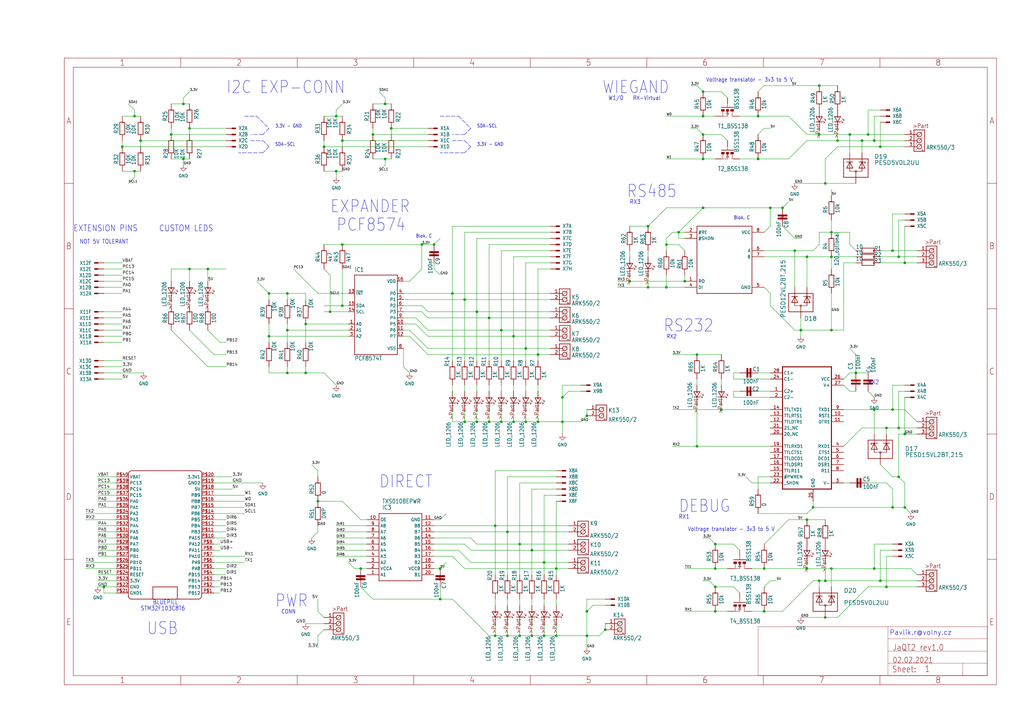
<source format=kicad_sch>
(kicad_sch (version 20211123) (generator eeschema)
  (paper "User" 425.45 299.161)
  (lib_symbols
    (symbol "JaQT2-eagle-import:22-23-2021"
      (property "Reference" "X" (at 2.54 -0.762 0))
      (symbol "22-23-2021_1_0"
        (pin passive line (at -2.54 0 0) (length 2.54) (name "S") (number "1"))
      )
      (symbol "22-23-2021_2_0"
        (pin passive line (at -2.54 0 0) (length 2.54) (name "S") (number "2"))
      )
    )
    (symbol "JaQT2-eagle-import:22-23-2031"
      (property "Reference" "X" (at 2.54 -0.762 0))
      (symbol "22-23-2031_1_0"
        (pin passive line (at -2.54 0 0) (length 2.54) (name "S") (number "1"))
      )
      (symbol "22-23-2031_2_0"
        (pin passive line (at -2.54 0 0) (length 2.54) (name "S") (number "2"))
      )
      (symbol "22-23-2031_3_0"
        (pin passive line (at -2.54 0 0) (length 2.54) (name "S") (number "3"))
      )
    )
    (symbol "JaQT2-eagle-import:22-23-2041"
      (property "Reference" "X" (at 2.54 -0.762 0))
      (symbol "22-23-2041_1_0"
        (pin passive line (at -2.54 0 0) (length 2.54) (name "S") (number "1"))
      )
      (symbol "22-23-2041_2_0"
        (pin passive line (at -2.54 0 0) (length 2.54) (name "S") (number "2"))
      )
      (symbol "22-23-2041_3_0"
        (pin passive line (at -2.54 0 0) (length 2.54) (name "S") (number "3"))
      )
      (symbol "22-23-2041_4_0"
        (pin passive line (at -2.54 0 0) (length 2.54) (name "S") (number "4"))
      )
    )
    (symbol "JaQT2-eagle-import:22-23-2061"
      (property "Reference" "X" (at 2.54 -0.762 0))
      (symbol "22-23-2061_1_0"
        (pin passive line (at -2.54 0 0) (length 2.54) (name "S") (number "1"))
      )
      (symbol "22-23-2061_2_0"
        (pin passive line (at -2.54 0 0) (length 2.54) (name "S") (number "2"))
      )
      (symbol "22-23-2061_3_0"
        (pin passive line (at -2.54 0 0) (length 2.54) (name "S") (number "3"))
      )
      (symbol "22-23-2061_4_0"
        (pin passive line (at -2.54 0 0) (length 2.54) (name "S") (number "4"))
      )
      (symbol "22-23-2061_5_0"
        (pin passive line (at -2.54 0 0) (length 2.54) (name "S") (number "5"))
      )
      (symbol "22-23-2061_6_0"
        (pin passive line (at -2.54 0 0) (length 2.54) (name "S") (number "6"))
      )
    )
    (symbol "JaQT2-eagle-import:22-23-2081"
      (property "Reference" "X" (at 2.54 -0.762 0))
      (symbol "22-23-2081_1_0"
        (pin passive line (at -2.54 0 0) (length 2.54) (name "S") (number "1"))
      )
      (symbol "22-23-2081_2_0"
        (pin passive line (at -2.54 0 0) (length 2.54) (name "S") (number "2"))
      )
      (symbol "22-23-2081_3_0"
        (pin passive line (at -2.54 0 0) (length 2.54) (name "S") (number "3"))
      )
      (symbol "22-23-2081_4_0"
        (pin passive line (at -2.54 0 0) (length 2.54) (name "S") (number "4"))
      )
      (symbol "22-23-2081_5_0"
        (pin passive line (at -2.54 0 0) (length 2.54) (name "S") (number "5"))
      )
      (symbol "22-23-2081_6_0"
        (pin passive line (at -2.54 0 0) (length 2.54) (name "S") (number "6"))
      )
      (symbol "22-23-2081_7_0"
        (pin passive line (at -2.54 0 0) (length 2.54) (name "S") (number "7"))
      )
      (symbol "22-23-2081_8_0"
        (pin passive line (at -2.54 0 0) (length 2.54) (name "S") (number "8"))
      )
    )
    (symbol "JaQT2-eagle-import:A3L-LOC"
      (symbol "A3L-LOC_0_0"
        (text "1" (at 24.2094 1.905 0) (effects (font (size 2.54 2.286))))
        (text "1" (at 24.2094 258.445 0) (effects (font (size 2.54 2.286))))
        (text "2" (at 72.6281 1.905 0) (effects (font (size 2.54 2.286))))
        (text "2" (at 72.6281 258.445 0) (effects (font (size 2.54 2.286))))
        (text "3" (at 121.0469 1.905 0) (effects (font (size 2.54 2.286))))
        (text "3" (at 121.0469 258.445 0) (effects (font (size 2.54 2.286))))
        (text "4" (at 169.4656 1.905 0) (effects (font (size 2.54 2.286))))
        (text "4" (at 169.4656 258.445 0) (effects (font (size 2.54 2.286))))
        (text "5" (at 217.8844 1.905 0) (effects (font (size 2.54 2.286))))
        (text "5" (at 217.8844 258.445 0) (effects (font (size 2.54 2.286))))
        (text "6" (at 266.3031 1.905 0) (effects (font (size 2.54 2.286))))
        (text "6" (at 266.3031 258.445 0) (effects (font (size 2.54 2.286))))
        (text "7" (at 314.7219 1.905 0) (effects (font (size 2.54 2.286))))
        (text "7" (at 314.7219 258.445 0) (effects (font (size 2.54 2.286))))
        (text "8" (at 363.1406 1.905 0) (effects (font (size 2.54 2.286))))
        (text "8" (at 363.1406 258.445 0) (effects (font (size 2.54 2.286))))
        (text "A" (at 1.905 234.315 0) (effects (font (size 2.54 2.286))))
        (text "A" (at 385.445 234.315 0) (effects (font (size 2.54 2.286))))
        (text "B" (at 1.905 182.245 0) (effects (font (size 2.54 2.286))))
        (text "B" (at 385.445 182.245 0) (effects (font (size 2.54 2.286))))
        (text "C" (at 1.905 130.175 0) (effects (font (size 2.54 2.286))))
        (text "C" (at 385.445 130.175 0) (effects (font (size 2.54 2.286))))
        (text "D" (at 1.905 78.105 0) (effects (font (size 2.54 2.286))))
        (text "D" (at 385.445 78.105 0) (effects (font (size 2.54 2.286))))
        (text "E" (at 1.905 26.035 0) (effects (font (size 2.54 2.286))))
        (text "E" (at 385.445 26.035 0) (effects (font (size 2.54 2.286))))
      )
      (symbol "A3L-LOC_1_0"
        (text "02.02.2021" (at 344.17 8.89 0) (effects (font (size 2.286 1.9431)) (justify left bottom)))
        (text "1" (at 357.505 5.08 0) (effects (font (size 2.54 2.159)) (justify left bottom)))
        (text "JaQT2 rev1.0" (at 344.17 13.97 0) (effects (font (size 2.54 2.159)) (justify left bottom)))
        (text "Sheet:" (at 343.916 4.953 0) (effects (font (size 2.54 2.159)) (justify left bottom)))
      )
    )
    (symbol "JaQT2-eagle-import:ARK550{slash}2"
      (property "Reference" "K" (at -1.8865 2.539 0))
      (property "Value" "ARK550{slash}2" (at -1.8865 -6.979 0))
      (symbol "ARK550{slash}2_1_0"
        (text "PaJa" (at 1.897 -4.1245 0) (effects (font (size 0.254 0.2159)) (justify left bottom)))
        (pin passive line (at -5.08 0 0) (length 5.08) (name "K1") (number "1"))
        (pin passive line (at -5.08 -2.54 0) (length 5.08) (name "K2") (number "2"))
      )
    )
    (symbol "JaQT2-eagle-import:ARK550{slash}3"
      (property "Value" "ARK550{slash}3" (at -2.1875 -6.979 0))
      (symbol "ARK550{slash}3_1_0"
        (text ">Part" (at -1.871 5.075 0) (effects (font (size 1.778 1.5113)) (justify left bottom)))
        (text "PaJa" (at 1.897 -4.1245 0) (effects (font (size 0.254 0.2159)) (justify left bottom)))
        (pin passive line (at -5.08 2.54 0) (length 5.08) (name "K1") (number "1"))
        (pin passive line (at -5.08 0 0) (length 5.08) (name "K2") (number "2"))
        (pin passive line (at -5.08 -2.54 0) (length 5.08) (name "K3") (number "3"))
      )
    )
    (symbol "JaQT2-eagle-import:BLUE_PILL"
      (symbol "BLUE_PILL_1_0"
        (pin bidirectional line (at -20.32 22.86 0) (length 5.08) (name "PB12") (number "P$1"))
        (pin bidirectional line (at -20.32 0 0) (length 5.08) (name "PA15") (number "P$10"))
        (pin bidirectional line (at -20.32 -2.54 0) (length 5.08) (name "PB3") (number "P$11"))
        (pin bidirectional line (at -20.32 -5.08 0) (length 5.08) (name "PB4") (number "P$12"))
        (pin bidirectional line (at -20.32 -7.62 0) (length 5.08) (name "PB5") (number "P$13"))
        (pin bidirectional line (at -20.32 -10.16 0) (length 5.08) (name "PB6") (number "P$14"))
        (pin bidirectional line (at -20.32 -12.7 0) (length 5.08) (name "PB7") (number "P$15"))
        (pin bidirectional line (at -20.32 -15.24 0) (length 5.08) (name "PB8") (number "P$16"))
        (pin bidirectional line (at -20.32 -17.78 0) (length 5.08) (name "PB9") (number "P$17"))
        (pin bidirectional line (at -20.32 -20.32 0) (length 5.08) (name "5V") (number "P$18"))
        (pin bidirectional line (at -20.32 -22.86 0) (length 5.08) (name "GND2") (number "P$19"))
        (pin bidirectional line (at -20.32 20.32 0) (length 5.08) (name "PB13") (number "P$2"))
        (pin bidirectional line (at -20.32 -25.4 0) (length 5.08) (name "3.3V1") (number "P$20"))
        (pin power_in line (at 20.32 22.86 180) (length 5.08) (name "GND1") (number "P$21"))
        (pin bidirectional line (at 20.32 20.32 180) (length 5.08) (name "GND") (number "P$22"))
        (pin bidirectional line (at 20.32 17.78 180) (length 5.08) (name "3.3V") (number "P$23"))
        (pin bidirectional line (at 20.32 15.24 180) (length 5.08) (name "RESET") (number "P$24"))
        (pin bidirectional line (at 20.32 12.7 180) (length 5.08) (name "PB11") (number "P$25"))
        (pin bidirectional line (at 20.32 10.16 180) (length 5.08) (name "PB10") (number "P$26"))
        (pin bidirectional line (at 20.32 7.62 180) (length 5.08) (name "PB1") (number "P$27"))
        (pin bidirectional line (at 20.32 5.08 180) (length 5.08) (name "PB0") (number "P$28"))
        (pin bidirectional line (at 20.32 2.54 180) (length 5.08) (name "PA7") (number "P$29"))
        (pin bidirectional line (at -20.32 17.78 0) (length 5.08) (name "PB14") (number "P$3"))
        (pin bidirectional line (at 20.32 0 180) (length 5.08) (name "PA6") (number "P$30"))
        (pin bidirectional line (at 20.32 -2.54 180) (length 5.08) (name "PA5") (number "P$31"))
        (pin bidirectional line (at 20.32 -5.08 180) (length 5.08) (name "PA4") (number "P$32"))
        (pin bidirectional line (at 20.32 -7.62 180) (length 5.08) (name "PA3") (number "P$33"))
        (pin bidirectional line (at 20.32 -10.16 180) (length 5.08) (name "PA2") (number "P$34"))
        (pin bidirectional line (at 20.32 -12.7 180) (length 5.08) (name "PA1") (number "P$35"))
        (pin bidirectional line (at 20.32 -15.24 180) (length 5.08) (name "PA0") (number "P$36"))
        (pin bidirectional line (at 20.32 -17.78 180) (length 5.08) (name "PC15") (number "P$37"))
        (pin bidirectional line (at 20.32 -20.32 180) (length 5.08) (name "PC14") (number "P$38"))
        (pin bidirectional line (at 20.32 -22.86 180) (length 5.08) (name "PC13") (number "P$39"))
        (pin bidirectional line (at -20.32 15.24 0) (length 5.08) (name "PB15") (number "P$4"))
        (pin bidirectional line (at 20.32 -25.4 180) (length 5.08) (name "VBAT") (number "P$40"))
        (pin bidirectional line (at -20.32 12.7 0) (length 5.08) (name "PA8") (number "P$5"))
        (pin bidirectional line (at -20.32 10.16 0) (length 5.08) (name "PA9") (number "P$6"))
        (pin bidirectional line (at -20.32 7.62 0) (length 5.08) (name "PA10") (number "P$7"))
        (pin bidirectional line (at -20.32 5.08 0) (length 5.08) (name "PA11") (number "P$8"))
        (pin bidirectional line (at -20.32 2.54 0) (length 5.08) (name "PA12") (number "P$9"))
      )
    )
    (symbol "JaQT2-eagle-import:BSS138SMD"
      (property "Reference" "T" (at -9.144 5.08 0))
      (property "Value" "BSS138SMD" (at -9.144 2.794 0))
      (symbol "BSS138SMD_1_0"
        (pin passive line (at 2.54 -5.08 90) (length 2.54) (name "S") (number "1"))
        (pin passive line (at -5.08 0 0) (length 2.54) (name "G") (number "2"))
        (pin passive line (at 2.54 5.08 270) (length 2.54) (name "D") (number "3"))
      )
    )
    (symbol "JaQT2-eagle-import:C-KER_0805"
      (property "Reference" "C" (at 0.3175 0.635 0))
      (property "Value" "C-KER_0805" (at 0.3175 -0.635 0))
      (symbol "C-KER_0805_1_0"
        (text "PaJa" (at -1.111 -0.479 900) (effects (font (size 0.254 0.2159)) (justify left bottom)))
        (pin passive line (at -5.08 0 0) (length 2.54) (name "1") (number "1"))
        (pin passive line (at 2.54 0 180) (length 2.54) (name "2") (number "2"))
      )
    )
    (symbol "JaQT2-eagle-import:LED_1206"
      (property "Value" "LED_1206" (at 2.8575 -2.2224 0))
      (symbol "LED_1206_1_0"
        (text ">Part" (at 3.0163 0.4762 0) (effects (font (size 1.6764 1.4249)) (justify left bottom)))
        (text "PaJa" (at 0.3173 0.4759 900) (effects (font (size 0.254 0.2159)) (justify right top)))
        (pin passive line (at -2.54 0 0) (length 2.54) (name "A") (number "A"))
        (pin passive line (at 5.08 0 180) (length 2.54) (name "K") (number "K"))
      )
    )
    (symbol "JaQT2-eagle-import:MAX13488E"
      (symbol "MAX13488E_1_0"
        (pin bidirectional line (at 0 0 0) (length 5.08) (name "RO") (number "1"))
        (pin bidirectional line (at 0 20.32 0) (length 5.08) (name "#RE") (number "2"))
        (pin bidirectional line (at 0 17.78 0) (length 5.08) (name "#SHDN") (number "3"))
        (pin bidirectional line (at 0 -2.54 0) (length 5.08) (name "DI") (number "4"))
        (pin bidirectional line (at 33.02 -2.54 180) (length 5.08) (name "GND") (number "5"))
        (pin bidirectional line (at 33.02 12.7 180) (length 5.08) (name "A") (number "6"))
        (pin bidirectional line (at 33.02 10.16 180) (length 5.08) (name "B") (number "7"))
        (pin bidirectional line (at 33.02 20.32 180) (length 5.08) (name "VCC") (number "8"))
      )
    )
    (symbol "JaQT2-eagle-import:MAX3241EUI"
      (symbol "MAX3241EUI_1_0"
        (pin bidirectional line (at -5.08 40.64 0) (length 5.08) (name "C2+") (number "1"))
        (pin bidirectional line (at 25.4 30.48 180) (length 5.08) (name "RST1") (number "10"))
        (pin bidirectional line (at 25.4 27.94 180) (length 5.08) (name "DTR1") (number "11"))
        (pin bidirectional line (at -5.08 27.94 0) (length 5.08) (name "TTLDTR1") (number "12"))
        (pin bidirectional line (at -5.08 30.48 0) (length 5.08) (name "TTLRTS1") (number "13"))
        (pin bidirectional line (at -5.08 33.02 0) (length 5.08) (name "TTLTXD1") (number "14"))
        (pin bidirectional line (at -5.08 7.62 0) (length 5.08) (name "TTLR11") (number "15"))
        (pin bidirectional line (at -5.08 10.16 0) (length 5.08) (name "TTLDSR1") (number "16"))
        (pin bidirectional line (at -5.08 12.7 0) (length 5.08) (name "TTLDCD1") (number "17"))
        (pin bidirectional line (at -5.08 15.24 0) (length 5.08) (name "TTLCTS1") (number "18"))
        (pin bidirectional line (at -5.08 17.78 0) (length 5.08) (name "TTLRXD1") (number "19"))
        (pin bidirectional line (at -5.08 38.1 0) (length 5.08) (name "C2-") (number "2"))
        (pin bidirectional line (at -5.08 22.86 0) (length 5.08) (name "20_NC") (number "20"))
        (pin bidirectional line (at -5.08 25.4 0) (length 5.08) (name "21_NC") (number "21"))
        (pin bidirectional line (at -5.08 2.54 0) (length 5.08) (name "_SHDN") (number "22"))
        (pin bidirectional line (at -5.08 5.08 0) (length 5.08) (name "#PWREN") (number "23"))
        (pin bidirectional line (at -5.08 45.72 0) (length 5.08) (name "C1-") (number "24"))
        (pin bidirectional line (at 12.7 -5.08 90) (length 5.08) (name "GND") (number "25"))
        (pin bidirectional line (at 25.4 45.72 180) (length 5.08) (name "VCC") (number "26"))
        (pin bidirectional line (at 25.4 43.18 180) (length 5.08) (name "V+") (number "27"))
        (pin bidirectional line (at -5.08 48.26 0) (length 5.08) (name "C1+") (number "28"))
        (pin bidirectional line (at 25.4 2.54 180) (length 5.08) (name "V-") (number "3"))
        (pin bidirectional line (at 25.4 17.78 180) (length 5.08) (name "RXD1") (number "4"))
        (pin bidirectional line (at 25.4 15.24 180) (length 5.08) (name "CTS1") (number "5"))
        (pin bidirectional line (at 25.4 12.7 180) (length 5.08) (name "DCD1") (number "6"))
        (pin bidirectional line (at 25.4 10.16 180) (length 5.08) (name "DSR1") (number "7"))
        (pin bidirectional line (at 25.4 7.62 180) (length 5.08) (name "R11") (number "8"))
        (pin bidirectional line (at 25.4 33.02 180) (length 5.08) (name "TXD1") (number "9"))
      )
    )
    (symbol "JaQT2-eagle-import:PCF8574T"
      (property "Reference" "IC" (at -7.62 16.51 0))
      (property "Value" "PCF8574T" (at -7.62 -20.32 0))
      (symbol "PCF8574T_1_0"
        (pin input line (at -10.16 -5.08 0) (length 2.54) (name "A0") (number "1"))
        (pin bidirectional line (at 12.7 -5.08 180) (length 2.54) (name "P5") (number "10"))
        (pin bidirectional line (at 12.7 -7.62 180) (length 2.54) (name "P6") (number "11"))
        (pin bidirectional line (at 12.7 -10.16 180) (length 2.54) (name "P7") (number "12"))
        (pin output line (at -10.16 7.62 0) (length 2.54) (name "~{INT}") (number "13"))
        (pin input line (at -10.16 0 0) (length 2.54) (name "SCL") (number "14"))
        (pin bidirectional line (at -10.16 2.54 0) (length 2.54) (name "SDA") (number "15"))
        (pin power_in line (at 12.7 12.7 180) (length 2.54) (name "VDD") (number "16"))
        (pin input line (at -10.16 -7.62 0) (length 2.54) (name "A1") (number "2"))
        (pin input line (at -10.16 -10.16 0) (length 2.54) (name "A2") (number "3"))
        (pin bidirectional line (at 12.7 7.62 180) (length 2.54) (name "P0") (number "4"))
        (pin bidirectional line (at 12.7 5.08 180) (length 2.54) (name "P1") (number "5"))
        (pin bidirectional line (at 12.7 2.54 180) (length 2.54) (name "P2") (number "6"))
        (pin bidirectional line (at 12.7 0 180) (length 2.54) (name "P3") (number "7"))
        (pin power_in line (at 12.7 -15.24 180) (length 2.54) (name "VSS") (number "8"))
        (pin bidirectional line (at 12.7 -2.54 180) (length 2.54) (name "P4") (number "9"))
      )
    )
    (symbol "JaQT2-eagle-import:PESD12VU1UT"
      (property "Reference" "D" (at 7.62 -5.08 0))
      (property "Value" "PESD12VU1UT" (at 7.62 -2.54 0))
      (symbol "PESD12VU1UT_1_0"
        (pin passive line (at -2.54 -7.62 90) (length 7.62) (name "KESD") (number "1"))
        (pin passive line (at 2.54 -7.62 90) (length 7.62) (name "KD") (number "2"))
        (pin passive line (at 0 5.08 270) (length 5.08) (name "CA") (number "3"))
      )
    )
    (symbol "JaQT2-eagle-import:PESD15VU1UT"
      (property "Reference" "D" (at 7.62 -5.08 0))
      (property "Value" "PESD15VU1UT" (at 7.62 -2.54 0))
      (symbol "PESD15VU1UT_1_0"
        (pin passive line (at -2.54 -7.62 90) (length 7.62) (name "KESD") (number "1"))
        (pin passive line (at 2.54 -7.62 90) (length 7.62) (name "KD") (number "2"))
        (pin passive line (at 0 5.08 270) (length 5.08) (name "CA") (number "3"))
      )
    )
    (symbol "JaQT2-eagle-import:PESD5V0U1UT"
      (property "Reference" "D" (at 7.62 -5.08 0))
      (property "Value" "PESD5V0U1UT" (at 7.62 -2.54 0))
      (symbol "PESD5V0U1UT_1_0"
        (pin passive line (at -2.54 -7.62 90) (length 7.62) (name "KESD") (number "1"))
        (pin passive line (at 2.54 -7.62 90) (length 7.62) (name "KD") (number "2"))
        (pin passive line (at 0 5.08 270) (length 5.08) (name "CA") (number "3"))
      )
    )
    (symbol "JaQT2-eagle-import:R_0805"
      (property "Reference" "R" (at -2.2225 1.5875 0))
      (property "Value" "R_0805" (at -2.2225 -1.5875 0))
      (symbol "R_0805_1_0"
        (text "PaJa" (at 2.3815 -0.476 900) (effects (font (size 0.254 0.2159)) (justify left bottom)))
        (pin passive line (at -5.08 0 0) (length 2.54) (name "1") (number "1"))
        (pin passive line (at 5.08 0 180) (length 2.54) (name "2") (number "2"))
      )
    )
    (symbol "JaQT2-eagle-import:TXS0108EPWR"
      (property "Reference" "IC" (at 24.13 7.62 0))
      (property "Value" "TXS0108EPWR" (at 24.13 5.08 0))
      (symbol "TXS0108EPWR_1_0"
        (pin bidirectional line (at 0 0 0) (length 5.08) (name "A1") (number "1"))
        (pin bidirectional line (at 0 -22.86 0) (length 5.08) (name "OE") (number "10"))
        (pin bidirectional line (at 27.94 -22.86 180) (length 5.08) (name "GND") (number "11"))
        (pin bidirectional line (at 27.94 -20.32 180) (length 5.08) (name "B8") (number "12"))
        (pin bidirectional line (at 27.94 -17.78 180) (length 5.08) (name "B7") (number "13"))
        (pin bidirectional line (at 27.94 -15.24 180) (length 5.08) (name "B6") (number "14"))
        (pin bidirectional line (at 27.94 -12.7 180) (length 5.08) (name "B5") (number "15"))
        (pin bidirectional line (at 27.94 -10.16 180) (length 5.08) (name "B4") (number "16"))
        (pin bidirectional line (at 27.94 -7.62 180) (length 5.08) (name "B3") (number "17"))
        (pin bidirectional line (at 27.94 -5.08 180) (length 5.08) (name "B2") (number "18"))
        (pin bidirectional line (at 27.94 -2.54 180) (length 5.08) (name "VCCB") (number "19"))
        (pin bidirectional line (at 0 -2.54 0) (length 5.08) (name "VCCA") (number "2"))
        (pin bidirectional line (at 27.94 0 180) (length 5.08) (name "B1") (number "20"))
        (pin bidirectional line (at 0 -5.08 0) (length 5.08) (name "A2") (number "3"))
        (pin bidirectional line (at 0 -7.62 0) (length 5.08) (name "A3") (number "4"))
        (pin bidirectional line (at 0 -10.16 0) (length 5.08) (name "A4") (number "5"))
        (pin bidirectional line (at 0 -12.7 0) (length 5.08) (name "A5") (number "6"))
        (pin bidirectional line (at 0 -15.24 0) (length 5.08) (name "A6") (number "7"))
        (pin bidirectional line (at 0 -17.78 0) (length 5.08) (name "A7") (number "8"))
        (pin bidirectional line (at 0 -20.32 0) (length 5.08) (name "A8") (number "9"))
      )
    )
    (symbol "power:GND" (power) (pin_names (offset 0))
      (property "Value" "GND" (at 0 -3.81 0))
      (symbol "GND_1_1"
        (pin power_in line (at 0 0 270) (length 0) hide (name "GND") (number "1"))
      )
    )
  )
  (junction (at 347.98 58.42))
  (junction (at 71.12 55.88))
  (junction (at 342.9 256.54))
  (junction (at 139.7 48.26))
  (junction (at 251.46 261.62))
  (junction (at 314.96 48.26))
  (junction (at 111.76 139.7))
  (junction (at 233.68 165.1))
  (junction (at 342.9 241.3))
  (junction (at 50.8 60.96))
  (junction (at 373.38 198.12))
  (junction (at 215.9 226.06))
  (junction (at 142.24 127))
  (junction (at 337.82 210.82))
  (junction (at 213.36 175.26))
  (junction (at 76.2 43.18))
  (junction (at 375.92 109.22))
  (junction (at 269.24 93.98))
  (junction (at 142.24 58.42))
  (junction (at 363.22 58.42))
  (junction (at 182.88 236.22))
  (junction (at 276.86 119.38))
  (junction (at 139.7 71.12))
  (junction (at 297.18 243.84))
  (junction (at 330.2 104.14))
  (junction (at 373.38 177.8))
  (junction (at 180.34 101.6))
  (junction (at 261.62 116.84))
  (junction (at 193.04 124.46))
  (junction (at 175.26 101.6))
  (junction (at 223.52 147.32))
  (junction (at 345.44 106.68))
  (junction (at 226.06 264.16))
  (junction (at 160.02 66.04))
  (junction (at 292.1 38.1))
  (junction (at 223.52 175.26))
  (junction (at 218.44 144.78))
  (junction (at 43.18 243.84))
  (junction (at 231.14 264.16))
  (junction (at 213.36 139.7))
  (junction (at 292.1 55.88))
  (junction (at 203.2 132.08))
  (junction (at 231.14 236.22))
  (junction (at 314.96 66.04))
  (junction (at 375.92 180.34))
  (junction (at 220.98 264.16))
  (junction (at 154.94 55.88))
  (junction (at 365.76 60.96))
  (junction (at 345.44 96.52))
  (junction (at 317.5 236.22))
  (junction (at 233.68 175.26))
  (junction (at 78.74 111.76))
  (junction (at 162.56 53.34))
  (junction (at 297.18 226.06))
  (junction (at 299.72 170.18))
  (junction (at 353.06 55.88))
  (junction (at 203.2 175.26))
  (junction (at 243.84 172.72))
  (junction (at 342.9 76.2))
  (junction (at 58.42 58.42))
  (junction (at 292.1 48.26))
  (junction (at 220.98 228.6))
  (junction (at 320.04 86.36))
  (junction (at 335.28 106.68))
  (junction (at 340.36 35.56))
  (junction (at 210.82 220.98))
  (junction (at 215.9 264.16))
  (junction (at 317.5 254))
  (junction (at 269.24 119.38))
  (junction (at 243.84 254))
  (junction (at 340.36 241.3))
  (junction (at 208.28 137.16))
  (junction (at 119.38 121.92))
  (junction (at 276.86 101.6))
  (junction (at 149.86 236.22))
  (junction (at 281.94 96.52))
  (junction (at 368.3 177.8))
  (junction (at 335.28 236.22))
  (junction (at 370.84 210.82))
  (junction (at 78.74 53.34))
  (junction (at 76.2 66.04))
  (junction (at 218.44 175.26))
  (junction (at 345.44 236.22))
  (junction (at 292.1 86.36))
  (junction (at 198.12 129.54))
  (junction (at 289.56 185.42))
  (junction (at 119.38 137.16))
  (junction (at 132.08 208.28))
  (junction (at 142.24 101.6))
  (junction (at 119.38 154.94))
  (junction (at 375.92 210.82))
  (junction (at 187.96 121.92))
  (junction (at 243.84 264.16))
  (junction (at 208.28 175.26))
  (junction (at 332.74 137.16))
  (junction (at 370.84 104.14))
  (junction (at 297.18 236.22))
  (junction (at 127 134.62))
  (junction (at 137.16 129.54))
  (junction (at 292.1 66.04))
  (junction (at 205.74 218.44))
  (junction (at 226.06 233.68))
  (junction (at 86.36 111.76))
  (junction (at 325.12 86.36))
  (junction (at 340.36 55.88))
  (junction (at 198.12 175.26))
  (junction (at 358.14 58.42))
  (junction (at 127 154.94))
  (junction (at 182.88 248.92))
  (junction (at 55.88 71.12))
  (junction (at 210.82 264.16))
  (junction (at 368.3 243.84))
  (junction (at 297.18 254))
  (junction (at 370.84 170.18))
  (junction (at 365.76 241.3))
  (junction (at 373.38 106.68))
  (junction (at 335.28 215.9))
  (junction (at 289.56 147.32))
  (junction (at 134.62 60.96))
  (junction (at 355.6 154.94))
  (junction (at 160.02 43.18))
  (junction (at 193.04 175.26))
  (junction (at 360.68 55.88))
  (junction (at 55.88 48.26))
  (junction (at 363.22 170.18))
  (junction (at 363.22 236.22))
  (junction (at 345.44 137.16))
  (junction (at 111.76 121.92))
  (junction (at 284.48 116.84))
  (junction (at 205.74 264.16))
  (wire (pts (xy 370.84 160.02) (xy 370.84 170.18)))
  (wire (pts (xy 340.36 96.52) (xy 340.36 101.6)))
  (wire (pts (xy 210.82 220.98) (xy 236.22 220.98)))
  (wire (pts (xy 304.8 165.1) (xy 320.04 165.1)))
  (wire (pts (xy 71.12 124.46) (xy 71.12 127)))
  (wire (pts (xy 228.6 96.52) (xy 193.04 96.52)))
  (wire (pts (xy 213.36 139.7) (xy 177.8 139.7)))
  (wire (pts (xy 119.38 154.94) (xy 127 154.94)))
  (wire (pts (xy 218.44 109.22) (xy 218.44 144.78)))
  (wire (pts (xy 111.76 139.7) (xy 111.76 134.62)))
  (wire (pts (xy 284.48 119.38) (xy 276.86 119.38)))
  (wire (pts (xy 43.18 119.38) (xy 50.8 119.38)))
  (wire (pts (xy 314.96 213.36) (xy 335.28 213.36)))
  (wire (pts (xy 317.5 106.68) (xy 335.28 106.68)))
  (wire (pts (xy 370.84 228.6) (xy 365.76 228.6)))
  (wire (pts (xy 228.6 139.7) (xy 213.36 139.7)))
  (wire (pts (xy 58.42 58.42) (xy 58.42 60.96)))
  (wire (pts (xy 167.64 132.08) (xy 172.72 132.08)))
  (wire (pts (xy 292.1 55.88) (xy 289.56 53.34)))
  (wire (pts (xy 307.34 154.94) (xy 304.8 154.94)))
  (wire (pts (xy 88.9 226.06) (xy 91.44 226.06)))
  (wire (pts (xy 213.36 106.68) (xy 213.36 139.7)))
  (wire (pts (xy 210.82 238.76) (xy 210.82 220.98)))
  (wire (pts (xy 297.18 254) (xy 284.48 254)))
  (wire (pts (xy 43.18 142.24) (xy 50.8 142.24)))
  (wire (pts (xy 144.78 139.7) (xy 111.76 139.7)))
  (wire (pts (xy 215.9 226.06) (xy 215.9 238.76)))
  (wire (pts (xy 208.28 170.18) (xy 208.28 175.26)))
  (wire (pts (xy 299.72 167.64) (xy 299.72 170.18)))
  (wire (pts (xy 142.24 71.12) (xy 139.7 71.12)))
  (wire (pts (xy 134.62 111.76) (xy 137.16 114.3)))
  (polyline (pts (xy 182.88 48.26) (xy 190.5 48.26)))
  (wire (pts (xy 142.24 101.6) (xy 175.26 101.6)))
  (wire (pts (xy 193.04 149.86) (xy 193.04 124.46)))
  (wire (pts (xy 132.08 254) (xy 132.08 248.92)))
  (wire (pts (xy 218.44 162.56) (xy 218.44 160.02)))
  (wire (pts (xy 172.72 132.08) (xy 177.8 137.16)))
  (wire (pts (xy 353.06 200.66) (xy 350.52 200.66)))
  (wire (pts (xy 78.74 124.46) (xy 78.74 127)))
  (wire (pts (xy 55.88 73.66) (xy 53.34 76.2)))
  (wire (pts (xy 332.74 132.08) (xy 332.74 137.16)))
  (wire (pts (xy 134.62 261.62) (xy 132.08 264.16)))
  (wire (pts (xy 335.28 58.42) (xy 327.66 66.04)))
  (wire (pts (xy 152.4 220.98) (xy 139.7 220.98)))
  (wire (pts (xy 127 154.94) (xy 134.62 154.94)))
  (wire (pts (xy 93.98 55.88) (xy 71.12 55.88)))
  (wire (pts (xy 170.18 116.84) (xy 175.26 111.76)))
  (wire (pts (xy 111.76 154.94) (xy 119.38 154.94)))
  (wire (pts (xy 320.04 241.3) (xy 322.58 241.3)))
  (wire (pts (xy 228.6 121.92) (xy 187.96 121.92)))
  (wire (pts (xy 320.04 154.94) (xy 314.96 154.94)))
  (wire (pts (xy 205.74 195.58) (xy 205.74 218.44)))
  (polyline (pts (xy 111.76 60.96) (xy 109.22 63.5)))
  (wire (pts (xy 381 238.76) (xy 378.46 236.22)))
  (wire (pts (xy 180.34 101.6) (xy 182.88 99.06)))
  (wire (pts (xy 43.18 121.92) (xy 50.8 121.92)))
  (wire (pts (xy 304.8 226.06) (xy 297.18 226.06)))
  (wire (pts (xy 355.6 147.32) (xy 353.06 144.78)))
  (wire (pts (xy 162.56 53.34) (xy 162.56 55.88)))
  (wire (pts (xy 132.08 198.12) (xy 132.08 195.58)))
  (wire (pts (xy 208.28 162.56) (xy 208.28 160.02)))
  (wire (pts (xy 127 124.46) (xy 127 121.92)))
  (wire (pts (xy 350.52 157.48) (xy 353.06 154.94)))
  (wire (pts (xy 76.2 43.18) (xy 76.2 40.64)))
  (wire (pts (xy 187.96 231.14) (xy 193.04 236.22)))
  (wire (pts (xy 375.92 55.88) (xy 360.68 55.88)))
  (wire (pts (xy 203.2 264.16) (xy 205.74 264.16)))
  (wire (pts (xy 182.88 215.9) (xy 185.42 213.36)))
  (wire (pts (xy 167.64 137.16) (xy 170.18 137.16)))
  (wire (pts (xy 119.38 121.92) (xy 119.38 124.46)))
  (wire (pts (xy 289.56 157.48) (xy 289.56 160.02)))
  (wire (pts (xy 160.02 43.18) (xy 154.94 43.18)))
  (wire (pts (xy 370.84 203.2) (xy 370.84 210.82)))
  (wire (pts (xy 134.62 256.54) (xy 132.08 254)))
  (wire (pts (xy 337.82 210.82) (xy 370.84 210.82)))
  (wire (pts (xy 226.06 233.68) (xy 195.58 233.68)))
  (wire (pts (xy 220.98 238.76) (xy 220.98 228.6)))
  (wire (pts (xy 223.52 149.86) (xy 223.52 147.32)))
  (wire (pts (xy 375.92 93.98) (xy 375.92 109.22)))
  (wire (pts (xy 78.74 137.16) (xy 88.9 147.32)))
  (wire (pts (xy 152.4 218.44) (xy 139.7 218.44)))
  (wire (pts (xy 91.44 142.24) (xy 93.98 142.24)))
  (wire (pts (xy 284.48 116.84) (xy 284.48 114.3)))
  (wire (pts (xy 228.6 93.98) (xy 187.96 93.98)))
  (wire (pts (xy 170.18 137.16) (xy 177.8 144.78)))
  (wire (pts (xy 345.44 236.22) (xy 335.28 236.22)))
  (wire (pts (xy 269.24 104.14) (xy 269.24 106.68)))
  (wire (pts (xy 297.18 243.84) (xy 294.64 241.3)))
  (wire (pts (xy 363.22 226.06) (xy 363.22 236.22)))
  (wire (pts (xy 139.7 48.26) (xy 139.7 45.72)))
  (wire (pts (xy 88.9 241.3) (xy 91.44 241.3)))
  (wire (pts (xy 177.8 53.34) (xy 162.56 53.34)))
  (wire (pts (xy 304.8 154.94) (xy 304.8 157.48)))
  (wire (pts (xy 365.76 104.14) (xy 370.84 104.14)))
  (wire (pts (xy 314.96 48.26) (xy 327.66 48.26)))
  (wire (pts (xy 55.88 45.72) (xy 53.34 43.18)))
  (wire (pts (xy 180.34 109.22) (xy 180.34 111.76)))
  (wire (pts (xy 223.52 162.56) (xy 223.52 160.02)))
  (wire (pts (xy 236.22 233.68) (xy 226.06 233.68)))
  (wire (pts (xy 373.38 106.68) (xy 365.76 106.68)))
  (wire (pts (xy 48.26 223.52) (xy 40.64 223.52)))
  (wire (pts (xy 228.6 104.14) (xy 208.28 104.14)))
  (wire (pts (xy 43.18 246.38) (xy 43.18 243.84)))
  (wire (pts (xy 307.34 228.6) (xy 304.8 226.06)))
  (polyline (pts (xy 193.04 63.5) (xy 182.88 63.5)))
  (wire (pts (xy 213.36 149.86) (xy 213.36 139.7)))
  (wire (pts (xy 236.22 226.06) (xy 215.9 226.06)))
  (wire (pts (xy 228.6 106.68) (xy 213.36 106.68)))
  (wire (pts (xy 375.92 210.82) (xy 378.46 213.36)))
  (wire (pts (xy 276.86 119.38) (xy 269.24 119.38)))
  (wire (pts (xy 177.8 55.88) (xy 154.94 55.88)))
  (wire (pts (xy 142.24 48.26) (xy 139.7 48.26)))
  (wire (pts (xy 88.9 210.82) (xy 101.6 210.82)))
  (wire (pts (xy 78.74 111.76) (xy 71.12 111.76)))
  (wire (pts (xy 205.74 218.44) (xy 180.34 218.44)))
  (wire (pts (xy 88.9 223.52) (xy 93.98 223.52)))
  (polyline (pts (xy 104.14 58.42) (xy 109.22 58.42)))
  (wire (pts (xy 281.94 101.6) (xy 276.86 101.6)))
  (wire (pts (xy 119.38 121.92) (xy 111.76 121.92)))
  (wire (pts (xy 381 109.22) (xy 375.92 109.22)))
  (wire (pts (xy 353.06 63.5) (xy 353.06 55.88)))
  (wire (pts (xy 368.3 180.34) (xy 368.3 177.8)))
  (polyline (pts (xy 187.96 58.42) (xy 193.04 58.42)))
  (wire (pts (xy 226.06 251.46) (xy 226.06 248.92)))
  (wire (pts (xy 289.56 53.34) (xy 287.02 53.34)))
  (wire (pts (xy 320.04 93.98) (xy 320.04 86.36)))
  (wire (pts (xy 340.36 101.6) (xy 337.82 104.14)))
  (wire (pts (xy 289.56 147.32) (xy 299.72 147.32)))
  (wire (pts (xy 208.28 175.26) (xy 213.36 175.26)))
  (wire (pts (xy 78.74 53.34) (xy 78.74 55.88)))
  (wire (pts (xy 304.8 157.48) (xy 320.04 157.48)))
  (wire (pts (xy 127 121.92) (xy 119.38 121.92)))
  (wire (pts (xy 175.26 101.6) (xy 180.34 101.6)))
  (wire (pts (xy 375.92 88.9) (xy 370.84 88.9)))
  (wire (pts (xy 78.74 66.04) (xy 76.2 66.04)))
  (wire (pts (xy 190.5 228.6) (xy 195.58 233.68)))
  (wire (pts (xy 345.44 106.68) (xy 345.44 111.76)))
  (wire (pts (xy 210.82 259.08) (xy 210.82 264.16)))
  (wire (pts (xy 167.64 116.84) (xy 170.18 116.84)))
  (wire (pts (xy 160.02 68.58) (xy 157.48 71.12)))
  (wire (pts (xy 180.34 215.9) (xy 182.88 215.9)))
  (wire (pts (xy 180.34 236.22) (xy 182.88 236.22)))
  (wire (pts (xy 228.6 144.78) (xy 218.44 144.78)))
  (wire (pts (xy 350.52 109.22) (xy 350.52 137.16)))
  (wire (pts (xy 375.92 170.18) (xy 381 175.26)))
  (wire (pts (xy 325.12 254) (xy 337.82 241.3)))
  (wire (pts (xy 342.9 76.2) (xy 342.9 66.04)))
  (wire (pts (xy 243.84 170.18) (xy 243.84 172.72)))
  (wire (pts (xy 152.4 215.9) (xy 149.86 215.9)))
  (wire (pts (xy 203.2 149.86) (xy 203.2 132.08)))
  (wire (pts (xy 149.86 243.84) (xy 154.94 248.92)))
  (wire (pts (xy 307.34 48.26) (xy 314.96 48.26)))
  (wire (pts (xy 205.74 218.44) (xy 205.74 238.76)))
  (wire (pts (xy 370.84 226.06) (xy 363.22 226.06)))
  (polyline (pts (xy 101.6 48.26) (xy 106.68 48.26)))
  (wire (pts (xy 160.02 66.04) (xy 160.02 68.58)))
  (wire (pts (xy 292.1 38.1) (xy 289.56 35.56)))
  (wire (pts (xy 317.5 243.84) (xy 320.04 241.3)))
  (wire (pts (xy 132.08 195.58) (xy 129.54 193.04)))
  (wire (pts (xy 58.42 71.12) (xy 55.88 71.12)))
  (wire (pts (xy 167.64 121.92) (xy 187.96 121.92)))
  (wire (pts (xy 193.04 170.18) (xy 193.04 175.26)))
  (wire (pts (xy 213.36 162.56) (xy 213.36 160.02)))
  (wire (pts (xy 335.28 215.9) (xy 327.66 215.9)))
  (wire (pts (xy 71.12 137.16) (xy 86.36 152.4)))
  (wire (pts (xy 228.6 101.6) (xy 203.2 101.6)))
  (wire (pts (xy 342.9 241.3) (xy 340.36 241.3)))
  (polyline (pts (xy 195.58 60.96) (xy 193.04 63.5)))
  (wire (pts (xy 325.12 86.36) (xy 327.66 83.82)))
  (wire (pts (xy 345.44 243.84) (xy 345.44 236.22)))
  (wire (pts (xy 231.14 259.08) (xy 231.14 264.16)))
  (wire (pts (xy 88.9 208.28) (xy 101.6 208.28)))
  (wire (pts (xy 330.2 104.14) (xy 337.82 104.14)))
  (wire (pts (xy 48.26 231.14) (xy 40.64 231.14)))
  (wire (pts (xy 243.84 264.16) (xy 243.84 254)))
  (polyline (pts (xy 190.5 48.26) (xy 195.58 53.34)))
  (wire (pts (xy 373.38 91.44) (xy 373.38 106.68)))
  (wire (pts (xy 215.9 200.66) (xy 215.9 226.06)))
  (wire (pts (xy 152.4 226.06) (xy 139.7 226.06)))
  (wire (pts (xy 210.82 264.16) (xy 215.9 264.16)))
  (wire (pts (xy 276.86 114.3) (xy 276.86 119.38)))
  (wire (pts (xy 370.84 231.14) (xy 368.3 231.14)))
  (wire (pts (xy 381 241.3) (xy 365.76 241.3)))
  (wire (pts (xy 243.84 254) (xy 243.84 248.92)))
  (wire (pts (xy 144.78 121.92) (xy 132.08 121.92)))
  (wire (pts (xy 50.8 60.96) (xy 50.8 58.42)))
  (wire (pts (xy 149.86 236.22) (xy 147.32 236.22)))
  (wire (pts (xy 299.72 55.88) (xy 292.1 55.88)))
  (wire (pts (xy 320.04 198.12) (xy 314.96 198.12)))
  (wire (pts (xy 172.72 134.62) (xy 177.8 139.7)))
  (wire (pts (xy 236.22 236.22) (xy 231.14 236.22)))
  (wire (pts (xy 48.26 233.68) (xy 35.56 233.68)))
  (wire (pts (xy 198.12 149.86) (xy 198.12 129.54)))
  (wire (pts (xy 347.98 60.96) (xy 342.9 66.04)))
  (wire (pts (xy 144.78 127) (xy 142.24 127)))
  (wire (pts (xy 355.6 154.94) (xy 355.6 147.32)))
  (wire (pts (xy 228.6 111.76) (xy 223.52 111.76)))
  (wire (pts (xy 139.7 71.12) (xy 139.7 73.66)))
  (wire (pts (xy 187.96 162.56) (xy 187.96 160.02)))
  (wire (pts (xy 314.96 198.12) (xy 314.96 203.2)))
  (wire (pts (xy 340.36 55.88) (xy 353.06 55.88)))
  (wire (pts (xy 320.04 200.66) (xy 312.42 200.66)))
  (wire (pts (xy 317.5 119.38) (xy 320.04 121.92)))
  (wire (pts (xy 154.94 248.92) (xy 182.88 248.92)))
  (wire (pts (xy 276.86 99.06) (xy 276.86 101.6)))
  (wire (pts (xy 223.52 175.26) (xy 233.68 175.26)))
  (wire (pts (xy 86.36 124.46) (xy 86.36 127)))
  (wire (pts (xy 167.64 127) (xy 175.26 127)))
  (wire (pts (xy 332.74 137.16) (xy 330.2 137.16)))
  (wire (pts (xy 182.88 236.22) (xy 185.42 233.68)))
  (wire (pts (xy 335.28 55.88) (xy 340.36 55.88)))
  (wire (pts (xy 180.34 228.6) (xy 190.5 228.6)))
  (wire (pts (xy 208.28 137.16) (xy 177.8 137.16)))
  (wire (pts (xy 137.16 114.3) (xy 137.16 129.54)))
  (wire (pts (xy 177.8 60.96) (xy 134.62 60.96)))
  (wire (pts (xy 284.48 116.84) (xy 261.62 116.84)))
  (wire (pts (xy 203.2 162.56) (xy 203.2 160.02)))
  (wire (pts (xy 198.12 99.06) (xy 198.12 129.54)))
  (wire (pts (xy 213.36 175.26) (xy 218.44 175.26)))
  (wire (pts (xy 154.94 53.34) (xy 154.94 55.88)))
  (wire (pts (xy 345.44 137.16) (xy 332.74 137.16)))
  (wire (pts (xy 43.18 114.3) (xy 50.8 114.3)))
  (wire (pts (xy 213.36 170.18) (xy 213.36 175.26)))
  (wire (pts (xy 193.04 226.06) (xy 195.58 228.6)))
  (wire (pts (xy 142.24 58.42) (xy 142.24 60.96)))
  (wire (pts (xy 233.68 165.1) (xy 233.68 160.02)))
  (wire (pts (xy 317.5 236.22) (xy 335.28 236.22)))
  (wire (pts (xy 327.66 215.9) (xy 317.5 226.06)))
  (wire (pts (xy 137.16 129.54) (xy 134.62 129.54)))
  (wire (pts (xy 261.62 114.3) (xy 261.62 116.84)))
  (wire (pts (xy 48.26 243.84) (xy 43.18 243.84)))
  (wire (pts (xy 345.44 121.92) (xy 345.44 137.16)))
  (wire (pts (xy 375.92 58.42) (xy 363.22 58.42)))
  (wire (pts (xy 142.24 208.28) (xy 132.08 208.28)))
  (wire (pts (xy 375.92 162.56) (xy 373.38 162.56)))
  (wire (pts (xy 365.76 193.04) (xy 370.84 198.12)))
  (wire (pts (xy 327.66 48.26) (xy 335.28 55.88)))
  (wire (pts (xy 210.82 198.12) (xy 210.82 220.98)))
  (wire (pts (xy 139.7 45.72) (xy 142.24 43.18)))
  (wire (pts (xy 360.68 162.56) (xy 363.22 165.1)))
  (wire (pts (xy 340.36 53.34) (xy 340.36 55.88)))
  (wire (pts (xy 312.42 236.22) (xy 317.5 236.22)))
  (wire (pts (xy 170.18 139.7) (xy 177.8 147.32)))
  (wire (pts (xy 261.62 116.84) (xy 256.54 116.84)))
  (wire (pts (xy 218.44 175.26) (xy 223.52 175.26)))
  (wire (pts (xy 88.9 238.76) (xy 93.98 238.76)))
  (wire (pts (xy 261.62 104.14) (xy 261.62 106.68)))
  (polyline (pts (xy 193.04 55.88) (xy 187.96 55.88)))
  (wire (pts (xy 279.4 96.52) (xy 276.86 99.06)))
  (wire (pts (xy 330.2 119.38) (xy 330.2 104.14)))
  (wire (pts (xy 370.84 104.14) (xy 381 104.14)))
  (wire (pts (xy 144.78 129.54) (xy 137.16 129.54)))
  (wire (pts (xy 302.26 236.22) (xy 297.18 236.22)))
  (wire (pts (xy 337.82 208.28) (xy 337.82 210.82)))
  (wire (pts (xy 142.24 127) (xy 134.62 127)))
  (wire (pts (xy 88.9 200.66) (xy 109.22 200.66)))
  (wire (pts (xy 342.9 241.3) (xy 365.76 241.3)))
  (wire (pts (xy 345.44 81.28) (xy 345.44 78.74)))
  (wire (pts (xy 220.98 203.2) (xy 220.98 228.6)))
  (wire (pts (xy 320.04 86.36) (xy 325.12 86.36)))
  (wire (pts (xy 297.18 48.26) (xy 292.1 48.26)))
  (wire (pts (xy 142.24 111.76) (xy 142.24 127)))
  (wire (pts (xy 358.14 63.5) (xy 358.14 58.42)))
  (wire (pts (xy 162.56 43.18) (xy 160.02 43.18)))
  (wire (pts (xy 347.98 256.54) (xy 342.9 256.54)))
  (wire (pts (xy 231.14 195.58) (xy 205.74 195.58)))
  (wire (pts (xy 93.98 111.76) (xy 86.36 111.76)))
  (wire (pts (xy 119.38 152.4) (xy 119.38 154.94)))
  (wire (pts (xy 226.06 205.74) (xy 226.06 233.68)))
  (wire (pts (xy 363.22 180.34) (xy 363.22 170.18)))
  (wire (pts (xy 205.74 259.08) (xy 205.74 264.16)))
  (wire (pts (xy 307.34 246.38) (xy 304.8 243.84)))
  (wire (pts (xy 363.22 170.18) (xy 370.84 170.18)))
  (wire (pts (xy 365.76 50.8) (xy 365.76 60.96)))
  (wire (pts (xy 149.86 215.9) (xy 142.24 208.28)))
  (wire (pts (xy 276.86 86.36) (xy 269.24 93.98)))
  (wire (pts (xy 241.3 175.26) (xy 243.84 172.72)))
  (wire (pts (xy 218.44 149.86) (xy 218.44 144.78)))
  (wire (pts (xy 71.12 55.88) (xy 71.12 53.34)))
  (wire (pts (xy 350.52 185.42) (xy 358.14 177.8)))
  (wire (pts (xy 48.26 246.38) (xy 43.18 246.38)))
  (wire (pts (xy 180.34 223.52) (xy 195.58 223.52)))
  (polyline (pts (xy 106.68 48.26) (xy 111.76 53.34)))
  (wire (pts (xy 317.5 104.14) (xy 330.2 104.14)))
  (wire (pts (xy 86.36 152.4) (xy 93.98 152.4)))
  (wire (pts (xy 299.72 157.48) (xy 299.72 160.02)))
  (wire (pts (xy 355.6 104.14) (xy 353.06 101.6)))
  (wire (pts (xy 276.86 104.14) (xy 276.86 101.6)))
  (wire (pts (xy 375.92 200.66) (xy 375.92 210.82)))
  (wire (pts (xy 368.3 243.84) (xy 360.68 243.84)))
  (wire (pts (xy 297.18 254) (xy 302.26 254)))
  (wire (pts (xy 218.44 144.78) (xy 177.8 144.78)))
  (wire (pts (xy 182.88 248.92) (xy 187.96 248.92)))
  (wire (pts (xy 210.82 220.98) (xy 180.34 220.98)))
  (wire (pts (xy 187.96 170.18) (xy 187.96 175.26)))
  (wire (pts (xy 43.18 149.86) (xy 50.8 149.86)))
  (wire (pts (xy 152.4 236.22) (xy 149.86 236.22)))
  (wire (pts (xy 320.04 121.92) (xy 320.04 127)))
  (wire (pts (xy 320.04 86.36) (xy 292.1 86.36)))
  (wire (pts (xy 307.34 66.04) (xy 314.96 66.04)))
  (wire (pts (xy 48.26 198.12) (xy 40.64 198.12)))
  (wire (pts (xy 345.44 96.52) (xy 345.44 91.44)))
  (wire (pts (xy 48.26 236.22) (xy 35.56 236.22)))
  (wire (pts (xy 350.52 160.02) (xy 353.06 162.56)))
  (wire (pts (xy 198.12 170.18) (xy 198.12 175.26)))
  (wire (pts (xy 248.92 264.16) (xy 243.84 264.16)))
  (wire (pts (xy 251.46 251.46) (xy 246.38 251.46)))
  (wire (pts (xy 228.6 109.22) (xy 218.44 109.22)))
  (wire (pts (xy 187.96 248.92) (xy 203.2 264.16)))
  (wire (pts (xy 208.28 149.86) (xy 208.28 137.16)))
  (wire (pts (xy 48.26 220.98) (xy 40.64 220.98)))
  (wire (pts (xy 228.6 99.06) (xy 198.12 99.06)))
  (wire (pts (xy 281.94 96.52) (xy 284.48 96.52)))
  (wire (pts (xy 88.9 236.22) (xy 93.98 236.22)))
  (wire (pts (xy 205.74 264.16) (xy 210.82 264.16)))
  (wire (pts (xy 152.4 231.14) (xy 139.7 231.14)))
  (wire (pts (xy 304.8 162.56) (xy 304.8 165.1)))
  (wire (pts (xy 314.96 38.1) (xy 317.5 35.56)))
  (wire (pts (xy 340.36 241.3) (xy 337.82 241.3)))
  (wire (pts (xy 127 152.4) (xy 127 154.94)))
  (wire (pts (xy 180.34 111.76) (xy 182.88 114.3)))
  (wire (pts (xy 88.9 231.14) (xy 101.6 231.14)))
  (wire (pts (xy 236.22 218.44) (xy 205.74 218.44)))
  (wire (pts (xy 231.14 236.22) (xy 231.14 238.76)))
  (wire (pts (xy 353.06 55.88) (xy 360.68 55.88)))
  (wire (pts (xy 231.14 205.74) (xy 226.06 205.74)))
  (wire (pts (xy 48.26 210.82) (xy 40.64 210.82)))
  (wire (pts (xy 76.2 40.64) (xy 78.74 38.1)))
  (wire (pts (xy 48.26 213.36) (xy 35.56 213.36)))
  (wire (pts (xy 297.18 66.04) (xy 292.1 66.04)))
  (wire (pts (xy 132.08 121.92) (xy 121.92 111.76)))
  (wire (pts (xy 86.36 111.76) (xy 78.74 111.76)))
  (wire (pts (xy 198.12 226.06) (xy 215.9 226.06)))
  (wire (pts (xy 48.26 226.06) (xy 40.64 226.06)))
  (wire (pts (xy 231.14 251.46) (xy 231.14 248.92)))
  (wire (pts (xy 233.68 175.26) (xy 233.68 180.34)))
  (wire (pts (xy 71.12 111.76) (xy 71.12 116.84)))
  (wire (pts (xy 355.6 109.22) (xy 350.52 109.22)))
  (wire (pts (xy 353.06 162.56) (xy 355.6 162.56)))
  (wire (pts (xy 335.28 106.68) (xy 345.44 106.68)))
  (wire (pts (xy 335.28 119.38) (xy 335.28 106.68)))
  (wire (pts (xy 208.28 104.14) (xy 208.28 137.16)))
  (wire (pts (xy 360.68 243.84) (xy 347.98 256.54)))
  (wire (pts (xy 223.52 111.76) (xy 223.52 147.32)))
  (wire (pts (xy 228.6 147.32) (xy 223.52 147.32)))
  (wire (pts (xy 370.84 210.82) (xy 375.92 210.82)))
  (wire (pts (xy 215.9 259.08) (xy 215.9 264.16)))
  (wire (pts (xy 299.72 38.1) (xy 292.1 38.1)))
  (wire (pts (xy 152.4 223.52) (xy 139.7 223.52)))
  (wire (pts (xy 317.5 53.34) (xy 320.04 53.34)))
  (wire (pts (xy 43.18 139.7) (xy 50.8 139.7)))
  (wire (pts (xy 88.9 198.12) (xy 96.52 198.12)))
  (polyline (pts (xy 109.22 63.5) (xy 99.06 63.5)))
  (wire (pts (xy 368.3 200.66) (xy 370.84 203.2)))
  (wire (pts (xy 294.64 223.52) (xy 292.1 223.52)))
  (wire (pts (xy 363.22 48.26) (xy 363.22 58.42)))
  (wire (pts (xy 175.26 129.54) (xy 177.8 132.08)))
  (wire (pts (xy 167.64 134.62) (xy 172.72 134.62)))
  (wire (pts (xy 187.96 175.26) (xy 193.04 175.26)))
  (wire (pts (xy 134.62 154.94) (xy 139.7 160.02)))
  (wire (pts (xy 147.32 236.22) (xy 144.78 233.68)))
  (wire (pts (xy 55.88 48.26) (xy 50.8 48.26)))
  (wire (pts (xy 373.38 180.34) (xy 373.38 198.12)))
  (wire (pts (xy 365.76 48.26) (xy 363.22 48.26)))
  (polyline (pts (xy 111.76 53.34) (xy 109.22 55.88)))
  (wire (pts (xy 43.18 129.54) (xy 50.8 129.54)))
  (wire (pts (xy 276.86 86.36) (xy 292.1 86.36)))
  (wire (pts (xy 86.36 111.76) (xy 86.36 116.84)))
  (wire (pts (xy 78.74 111.76) (xy 78.74 116.84)))
  (wire (pts (xy 180.34 226.06) (xy 193.04 226.06)))
  (wire (pts (xy 347.98 53.34) (xy 347.98 58.42)))
  (wire (pts (xy 226.06 259.08) (xy 226.06 264.16)))
  (wire (pts (xy 320.04 162.56) (xy 314.96 162.56)))
  (wire (pts (xy 198.12 162.56) (xy 198.12 160.02)))
  (wire (pts (xy 241.3 162.56) (xy 236.22 162.56)))
  (wire (pts (xy 203.2 101.6) (xy 203.2 132.08)))
  (wire (pts (xy 43.18 157.48) (xy 50.8 157.48)))
  (wire (pts (xy 88.9 213.36) (xy 101.6 213.36)))
  (wire (pts (xy 139.7 71.12) (xy 134.62 71.12)))
  (wire (pts (xy 368.3 177.8) (xy 373.38 177.8)))
  (wire (pts (xy 111.76 152.4) (xy 111.76 154.94)))
  (wire (pts (xy 317.5 35.56) (xy 340.36 35.56)))
  (wire (pts (xy 182.88 243.84) (xy 182.88 248.92)))
  (wire (pts (xy 378.46 236.22) (xy 363.22 236.22)))
  (wire (pts (xy 375.92 165.1) (xy 375.92 180.34)))
  (wire (pts (xy 231.14 236.22) (xy 193.04 236.22)))
  (wire (pts (xy 220.98 264.16) (xy 226.06 264.16)))
  (wire (pts (xy 251.46 261.62) (xy 248.92 264.16)))
  (wire (pts (xy 93.98 58.42) (xy 58.42 58.42)))
  (wire (pts (xy 215.9 251.46) (xy 215.9 248.92)))
  (wire (pts (xy 373.38 162.56) (xy 373.38 177.8)))
  (wire (pts (xy 76.2 66.04) (xy 71.12 66.04)))
  (wire (pts (xy 43.18 132.08) (xy 50.8 132.08)))
  (wire (pts (xy 236.22 228.6) (xy 220.98 228.6)))
  (wire (pts (xy 243.84 264.16) (xy 243.84 269.24)))
  (wire (pts (xy 307.34 162.56) (xy 304.8 162.56)))
  (wire (pts (xy 215.9 264.16) (xy 220.98 264.16)))
  (wire (pts (xy 325.12 93.98) (xy 330.2 99.06)))
  (wire (pts (xy 365.76 45.72) (xy 360.68 45.72)))
  (wire (pts (xy 193.04 124.46) (xy 228.6 124.46)))
  (wire (pts (xy 88.9 203.2) (xy 96.52 203.2)))
  (wire (pts (xy 134.62 259.08) (xy 127 259.08)))
  (wire (pts (xy 375.92 91.44) (xy 373.38 91.44)))
  (wire (pts (xy 132.08 264.16) (xy 132.08 269.24)))
  (wire (pts (xy 88.9 233.68) (xy 101.6 233.68)))
  (wire (pts (xy 243.84 248.92) (xy 251.46 248.92)))
  (wire (pts (xy 375.92 160.02) (xy 370.84 160.02)))
  (wire (pts (xy 330.2 99.06) (xy 332.74 99.06)))
  (wire (pts (xy 132.08 220.98) (xy 129.54 223.52)))
  (wire (pts (xy 160.02 66.04) (xy 154.94 66.04)))
  (wire (pts (xy 220.98 259.08) (xy 220.98 264.16)))
  (wire (pts (xy 167.64 129.54) (xy 175.26 129.54)))
  (wire (pts (xy 332.74 137.16) (xy 332.74 139.7)))
  (wire (pts (xy 228.6 137.16) (xy 208.28 137.16)))
  (wire (pts (xy 289.56 167.64) (xy 289.56 185.42)))
  (wire (pts (xy 294.64 241.3) (xy 292.1 241.3)))
  (wire (pts (xy 353.06 96.52) (xy 345.44 96.52)))
  (wire (pts (xy 88.9 147.32) (xy 93.98 147.32)))
  (wire (pts (xy 160.02 40.64) (xy 157.48 38.1)))
  (wire (pts (xy 76.2 43.18) (xy 71.12 43.18)))
  (wire (pts (xy 93.98 60.96) (xy 50.8 60.96)))
  (polyline (pts (xy 109.22 55.88) (xy 104.14 55.88)))
  (wire (pts (xy 355.6 106.68) (xy 345.44 106.68)))
  (wire (pts (xy 289.56 35.56) (xy 287.02 35.56)))
  (wire (pts (xy 195.58 223.52) (xy 198.12 226.06)))
  (wire (pts (xy 43.18 243.84) (xy 40.64 243.84)))
  (wire (pts (xy 304.8 243.84) (xy 297.18 243.84)))
  (wire (pts (xy 358.14 58.42) (xy 347.98 58.42)))
  (wire (pts (xy 375.92 180.34) (xy 373.38 180.34)))
  (wire (pts (xy 43.18 137.16) (xy 50.8 137.16)))
  (wire (pts (xy 233.68 175.26) (xy 241.3 175.26)))
  (wire (pts (xy 347.98 58.42) (xy 335.28 58.42)))
  (wire (pts (xy 55.88 71.12) (xy 50.8 71.12)))
  (wire (pts (xy 363.22 236.22) (xy 345.44 236.22)))
  (wire (pts (xy 78.74 43.18) (xy 76.2 43.18)))
  (wire (pts (xy 167.64 139.7) (xy 170.18 139.7)))
  (wire (pts (xy 134.62 60.96) (xy 134.62 58.42)))
  (wire (pts (xy 297.18 236.22) (xy 284.48 236.22)))
  (wire (pts (xy 88.9 218.44) (xy 93.98 218.44)))
  (wire (pts (xy 205.74 251.46) (xy 205.74 248.92)))
  (wire (pts (xy 203.2 132.08) (xy 177.8 132.08)))
  (wire (pts (xy 48.26 228.6) (xy 40.64 228.6)))
  (wire (pts (xy 187.96 121.92) (xy 187.96 149.86)))
  (wire (pts (xy 43.18 111.76) (xy 50.8 111.76)))
  (polyline (pts (xy 109.22 58.42) (xy 111.76 60.96)))
  (wire (pts (xy 228.6 129.54) (xy 198.12 129.54)))
  (wire (pts (xy 88.9 215.9) (xy 93.98 215.9)))
  (wire (pts (xy 233.68 160.02) (xy 241.3 160.02)))
  (wire (pts (xy 358.14 177.8) (xy 368.3 177.8)))
  (wire (pts (xy 144.78 134.62) (xy 127 134.62)))
  (wire (pts (xy 347.98 35.56) (xy 340.36 35.56)))
  (polyline (pts (xy 195.58 53.34) (xy 193.04 55.88)))
  (wire (pts (xy 292.1 86.36) (xy 281.94 96.52)))
  (wire (pts (xy 317.5 254) (xy 325.12 254)))
  (wire (pts (xy 231.14 200.66) (xy 215.9 200.66)))
  (wire (pts (xy 127 134.62) (xy 127 142.24)))
  (wire (pts (xy 144.78 137.16) (xy 119.38 137.16)))
  (wire (pts (xy 281.94 96.52) (xy 279.4 96.52)))
  (wire (pts (xy 231.14 208.28) (xy 231.14 236.22)))
  (wire (pts (xy 365.76 228.6) (xy 365.76 241.3)))
  (wire (pts (xy 342.9 233.68) (xy 342.9 241.3)))
  (wire (pts (xy 198.12 129.54) (xy 177.8 129.54)))
  (wire (pts (xy 302.26 40.64) (xy 299.72 38.1)))
  (wire (pts (xy 284.48 99.06) (xy 281.94 99.06)))
  (wire (pts (xy 233.68 175.26) (xy 233.68 165.1)))
  (wire (pts (xy 180.34 231.14) (xy 187.96 231.14)))
  (wire (pts (xy 48.26 241.3) (xy 40.64 241.3)))
  (wire (pts (xy 370.84 88.9) (xy 370.84 104.14)))
  (wire (pts (xy 195.58 228.6) (xy 220.98 228.6)))
  (wire (pts (xy 281.94 99.06) (xy 281.94 96.52)))
  (wire (pts (xy 175.26 127) (xy 177.8 129.54)))
  (wire (pts (xy 76.2 66.04) (xy 76.2 68.58)))
  (wire (pts (xy 228.6 132.08) (xy 203.2 132.08)))
  (wire (pts (xy 43.18 134.62) (xy 50.8 134.62)))
  (wire (pts (xy 111.76 124.46) (xy 111.76 121.92)))
  (wire (pts (xy 312.42 200.66) (xy 309.88 198.12)))
  (wire (pts (xy 289.56 185.42) (xy 279.4 185.42)))
  (wire (pts (xy 203.2 175.26) (xy 208.28 175.26)))
  (wire (pts (xy 292.1 66.04) (xy 276.86 66.04)))
  (wire (pts (xy 88.9 246.38) (xy 91.44 246.38)))
  (wire (pts (xy 86.36 137.16) (xy 91.44 142.24)))
  (wire (pts (xy 279.4 147.32) (xy 289.56 147.32)))
  (wire (pts (xy 269.24 114.3) (xy 269.24 119.38)))
  (wire (pts (xy 223.52 170.18) (xy 223.52 175.26)))
  (wire (pts (xy 335.28 213.36) (xy 337.82 210.82)))
  (wire (pts (xy 231.14 198.12) (xy 210.82 198.12)))
  (wire (pts (xy 320.04 170.18) (xy 299.72 170.18)))
  (wire (pts (xy 355.6 76.2) (xy 342.9 76.2)))
  (wire (pts (xy 353.06 154.94) (xy 355.6 154.94)))
  (wire (pts (xy 48.26 218.44) (xy 40.64 218.44)))
  (wire (pts (xy 55.88 48.26) (xy 55.88 45.72)))
  (wire (pts (xy 175.26 111.76) (xy 175.26 101.6)))
  (wire (pts (xy 55.88 71.12) (xy 55.88 73.66)))
  (wire (pts (xy 134.62 101.6) (xy 142.24 101.6)))
  (wire (pts (xy 203.2 170.18) (xy 203.2 175.26)))
  (wire (pts (xy 193.04 124.46) (xy 167.64 124.46)))
  (wire (pts (xy 236.22 162.56) (xy 233.68 165.1)))
  (wire (pts (xy 375.92 60.96) (xy 365.76 60.96)))
  (wire (pts (xy 297.18 226.06) (xy 294.64 223.52)))
  (wire (pts (xy 342.9 256.54) (xy 332.74 256.54)))
  (wire (pts (xy 210.82 251.46) (xy 210.82 248.92)))
  (wire (pts (xy 314.96 55.88) (xy 317.5 53.34)))
  (wire (pts (xy 167.64 144.78) (xy 167.64 152.4)))
  (wire (pts (xy 365.76 60.96) (xy 347.98 60.96)))
  (wire (pts (xy 220.98 251.46) (xy 220.98 248.92)))
  (wire (pts (xy 360.68 45.72) (xy 360.68 55.88)))
  (wire (pts (xy 48.26 238.76) (xy 40.64 238.76)))
  (wire (pts (xy 48.26 208.28) (xy 40.64 208.28)))
  (wire (pts (xy 111.76 139.7) (xy 111.76 142.24)))
  (wire (pts (xy 368.3 231.14) (xy 368.3 243.84)))
  (wire (pts (xy 226.06 264.16) (xy 231.14 264.16)))
  (wire (pts (xy 320.04 185.42) (xy 289.56 185.42)))
  (wire (pts (xy 353.06 101.6) (xy 353.06 96.52)))
  (wire (pts (xy 231.14 203.2) (xy 220.98 203.2)))
  (wire (pts (xy 314.96 66.04) (xy 327.66 66.04)))
  (wire (pts (xy 335.28 233.68) (xy 335.28 236.22)))
  (wire (pts (xy 350.52 170.18) (xy 363.22 170.18)))
  (wire (pts (xy 43.18 109.22) (xy 50.8 109.22)))
  (wire (pts (xy 119.38 137.16) (xy 119.38 142.24)))
  (polyline (pts (xy 193.04 58.42) (xy 195.58 60.96)))
  (wire (pts (xy 340.36 243.84) (xy 340.36 241.3)))
  (wire (pts (xy 381 180.34) (xy 375.92 180.34)))
  (wire (pts (xy 342.9 76.2) (xy 330.2 76.2)))
  (wire (pts (xy 43.18 152.4) (xy 50.8 152.4)))
  (wire (pts (xy 302.26 58.42) (xy 299.72 55.88)))
  (wire (pts (xy 345.44 137.16) (xy 350.52 137.16)))
  (wire (pts (xy 43.18 154.94) (xy 59.69 154.94)))
  (wire (pts (xy 198.12 175.26) (xy 203.2 175.26)))
  (wire (pts (xy 218.44 170.18) (xy 218.44 175.26)))
  (wire (pts (xy 360.68 200.66) (xy 368.3 200.66)))
  (wire (pts (xy 88.9 228.6) (xy 91.44 228.6)))
  (wire (pts (xy 370.84 198.12) (xy 373.38 198.12)))
  (wire (pts (xy 330.2 137.16) (xy 320.04 127)))
  (wire (pts (xy 160.02 43.18) (xy 160.02 40.64)))
  (wire (pts (xy 223.52 147.32) (xy 177.8 147.32)))
  (wire (pts (xy 48.26 203.2) (xy 40.64 203.2)))
  (wire (pts (xy 246.38 251.46) (xy 243.84 254)))
  (wire (pts (xy 381 106.68) (xy 373.38 106.68)))
  (wire (pts (xy 363.22 58.42) (xy 358.14 58.42)))
  (wire (pts (xy 162.56 66.04) (xy 160.02 66.04)))
  (wire (pts (xy 231.14 264.16) (xy 243.84 264.16)))
  (wire (pts (xy 373.38 198.12) (xy 375.92 200.66)))
  (wire (pts (xy 226.06 238.76) (xy 226.06 233.68)))
  (wire (pts (xy 368.3 243.84) (xy 381 243.84)))
  (wire (pts (xy 167.64 152.4) (xy 170.18 154.94)))
  (wire (pts (xy 193.04 175.26) (xy 198.12 175.26)))
  (wire (pts (xy 370.84 170.18) (xy 375.92 170.18)))
  (wire (pts (xy 269.24 93.98) (xy 261.62 93.98)))
  (wire (pts (xy 139.7 48.26) (xy 134.62 48.26)))
  (wire (pts (xy 251.46 259.08) (xy 251.46 261.62)))
  (wire (pts (xy 119.38 137.16) (xy 119.38 134.62)))
  (wire (pts (xy 88.9 220.98) (xy 93.98 220.98)))
  (wire (pts (xy 58.42 48.26) (xy 55.88 48.26)))
  (wire (pts (xy 375.92 109.22) (xy 365.76 109.22)))
  (wire (pts (xy 317.5 96.52) (xy 320.04 93.98)))
  (wire (pts (xy 48.26 200.66) (xy 40.64 200.66)))
  (wire (pts (xy 269.24 119.38) (xy 256.54 119.38)))
  (wire (pts (xy 355.6 154.94) (xy 360.68 154.94)))
  (wire (pts (xy 177.8 58.42) (xy 142.24 58.42)))
  (wire (pts (xy 292.1 48.26) (xy 276.86 48.26)))
  (wire (pts (xy 284.48 104.14) (xy 281.94 101.6)))
  (wire (pts (xy 312.42 254) (xy 317.5 254)))
  (wire (pts (xy 88.9 243.84) (xy 91.44 243.84)))
  (wire (pts (xy 132.08 218.44) (xy 132.08 220.98)))
  (wire (pts (xy 345.44 96.52) (xy 340.36 96.52)))
  (wire (pts (xy 193.04 96.52) (xy 193.04 124.46)))
  (wire (pts (xy 111.76 121.92) (xy 106.68 116.84)))
  (wire (pts (xy 48.26 215.9) (xy 35.56 215.9)))
  (wire (pts (xy 193.04 162.56) (xy 193.04 160.02)))
  (wire (pts (xy 88.9 205.74) (xy 101.6 205.74)))
  (wire (pts (xy 373.38 177.8) (xy 381 177.8)))
  (wire (pts (xy 152.4 228.6) (xy 139.7 228.6)))
  (wire (pts (xy 299.72 170.18) (xy 279.4 170.18)))
  (wire (pts (xy 342.9 215.9) (xy 335.28 215.9)))
  (wire (pts (xy 43.18 116.84) (xy 50.8 116.84)))
  (wire (pts (xy 48.26 205.74) (xy 40.64 205.74)))
  (wire (pts (xy 78.74 53.34) (xy 93.98 53.34)))
  (wire (pts (xy 187.96 93.98) (xy 187.96 121.92)))
  (text "EXTENSION PINS" (at 30.48 96.52 180) (effects (font (size 2.54 2.159)) (justify left bottom)))
  (text "SDA-SCL" (at 198.12 53.34 180) (effects (font (size 1.4224 1.209)) (justify left bottom)))
  (text "DEBUG" (at 281.94 213.36 180) (effects (font (size 5.08 4.318)) (justify left bottom)))
  (text "NOT 5V TOLERANT~{}" (at 33.02 101.6 180) (effects (font (size 1.778 1.5113)) (justify left bottom)))
  (text "RX1" (at 281.94 215.9 180) (effects (font (size 1.778 1.5113)) (justify left bottom)))
  (text "I2C EXP-CONN" (at 93.98 39.37 180) (effects (font (size 5.08 4.318)) (justify left bottom)))
  (text "BLUEPILL" (at 63.5 251.46 180) (effects (font (size 1.778 1.5113)) (justify left bottom)))
  (text "RX3" (at 261.62 85.09 180) (effects (font (size 1.778 1.5113)) (justify left bottom)))
  (text "SDA-SCL" (at 114.3 60.96 180) (effects (font (size 1.4224 1.209)) (justify left bottom)))
  (text "CUSTOM LEDS" (at 66.04 96.52 180) (effects (font (size 2.54 2.159)) (justify left bottom)))
  (text "CONN\n" (at 116.84 255.27 180) (effects (font (size 1.6764 1.4249)) (justify left bottom)))
  (text "STM32F103C8T6" (at 58.42 254 180) (effects (font (size 1.778 1.5113)) (justify left bottom)))
  (text "PWR" (at 114.3 252.73 180) (effects (font (size 5.08 4.318)) (justify left bottom)))
  (text "DIRECT" (at 157.48 203.2 180) (effects (font (size 5.08 4.318)) (justify left bottom)))
  (text "Blok. C" (at 172.72 99.06 180) (effects (font (size 1.4224 1.209)) (justify left bottom)))
  (text "RX2" (at 360.68 160.02 180) (effects (font (size 1.778 1.5113)) (justify left bottom)))
  (text "RS232" (at 275.59 138.43 180) (effects (font (size 5.08 4.318)) (justify left bottom)))
  (text "Pavlik.r@volny.cz" (at 369.57 264.16 0) (effects (font (size 2 2)) (justify left bottom)))
  (text "W1/0" (at 252.73 41.91 180) (effects (font (size 1.778 1.5113)) (justify left bottom)))
  (text "Voltrage translator - 3v3 to 5 V" (at 293.37 34.29 180) (effects (font (size 1.6764 1.4249)) (justify left bottom)))
  (text "Voltrage translator - 3v3 to 5 V" (at 285.75 220.98 180) (effects (font (size 1.6764 1.4249)) (justify left bottom)))
  (text "PCF8574" (at 139.7 96.52 180) (effects (font (size 5.08 4.318)) (justify left bottom)))
  (text "RX-Virtual" (at 262.89 41.91 180) (effects (font (size 1.6764 1.4249)) (justify left bottom)))
  (text "RS485" (at 260.35 82.55 180) (effects (font (size 5.08 4.318)) (justify left bottom)))
  (text "USB" (at 60.96 264.16 180) (effects (font (size 5.08 4.318)) (justify left bottom)))
  (text "3.3V - GND" (at 114.3 53.34 180) (effects (font (size 1.4224 1.209)) (justify left bottom)))
  (text "EXPANDER" (at 137.16 88.9 180) (effects (font (size 5.08 4.318)) (justify left bottom)))
  (text "RX2" (at 276.86 140.97 180) (effects (font (size 1.6764 1.4249)) (justify left bottom)))
  (text "Blok. C" (at 304.8 91.44 180) (effects (font (size 1.4224 1.209)) (justify left bottom)))
  (text "WIEGAND" (at 250.19 39.37 180) (effects (font (size 5.08 4.318)) (justify left bottom)))
  (text "3.3V - GND" (at 198.12 60.96 180) (effects (font (size 1.4224 1.209)) (justify left bottom)))
  (label "PA4" (at 50.8 129.54 0) (effects (font (size 1.2446 1.2446))))
  (label "3.3V" (at 279.4 147.32 0) (effects (font (size 0.9957 0.9957))))
  (label "RX3" (at 35.56 236.22 0) (effects (font (size 1.2446 1.2446))))
  (label "3.3V" (at 292.1 241.3 0) (effects (font (size 0.9957 0.9957))))
  (label "GND" (at 330.2 99.06 0) (effects (font (size 0.9957 0.9957))))
  (label "GND" (at 170.18 154.94 0) (effects (font (size 0.9957 0.9957))))
  (label "PA0" (at 50.8 119.38 0) (effects (font (size 1.2446 1.2446))))
  (label "PB0" (at 40.64 228.6 0) (effects (font (size 1.2446 1.2446))))
  (label "GND" (at 243.84 269.24 0) (effects (font (size 0.9957 0.9957))))
  (label "PA1" (at 50.8 121.92 0) (effects (font (size 1.2446 1.2446))))
  (label "SDA1" (at 142.24 111.76 0) (effects (font (size 0.9957 0.9957))))
  (label "W1" (at 101.6 205.74 0) (effects (font (size 1.2446 1.2446))))
  (label "W1" (at 276.86 66.04 0) (effects (font (size 0.9957 0.9957))))
  (label "DIR4" (at 93.98 220.98 0) (effects (font (size 1.2446 1.2446))))
  (label "SDA1" (at 101.6 210.82 0) (effects (font (size 1.2446 1.2446))))
  (label "PB1" (at 40.64 231.14 0) (effects (font (size 1.2446 1.2446))))
  (label "3.3V" (at 106.68 116.84 0) (effects (font (size 0.9957 0.9957))))
  (label "RX1" (at 284.48 254 0) (effects (font (size 0.9957 0.9957))))
  (label "PB13" (at 93.98 147.32 0) (effects (font (size 1.1735 1.1735))))
  (label "5V" (at 86.36 116.84 0) (effects (font (size 1.1735 1.1735))))
  (label "3.3V" (at 287.02 35.56 0) (effects (font (size 0.9957 0.9957))))
  (label "PA0" (at 40.64 208.28 0) (effects (font (size 1.2446 1.2446))))
  (label "5V" (at 331.47 215.9 0) (effects (font (size 0.9957 0.9957))))
  (label "3.3V" (at 175.26 101.6 0) (effects (font (size 0.9957 0.9957))))
  (label "GND" (at 378.46 213.36 0) (effects (font (size 0.9957 0.9957))))
  (label "TX2" (at 279.4 170.18 0) (effects (font (size 0.9957 0.9957))))
  (label "PB14" (at 93.98 152.4 0) (effects (font (size 1.1735 1.1735))))
  (label "5V" (at 182.88 236.22 0) (effects (font (size 0.9957 0.9957))))
  (label "GND" (at 182.88 114.3 0) (effects (font (size 0.9957 0.9957))))
  (label "PC13" (at 121.92 111.76 0) (effects (font (size 0.9957 0.9957))))
  (label "RX2" (at 279.4 185.42 0) (effects (font (size 0.9957 0.9957))))
  (label "VBAT" (at 40.64 198.12 0) (effects (font (size 1.2446 1.2446))))
  (label "TX3" (at 35.56 233.68 0) (effects (font (size 1.2446 1.2446))))
  (label "PB14" (at 91.44 241.3 0) (effects (font (size 1.2446 1.2446))))
  (label "PC14" (at 40.64 203.2 0) (effects (font (size 1.2446 1.2446))))
  (label "SDA1" (at 157.48 38.1 0) (effects (font (size 0.9957 0.9957))))
  (label "DIR4" (at 139.7 226.06 0) (effects (font (size 0.9957 0.9957))))
  (label "5V" (at 50.8 157.48 0) (effects (font (size 1.2446 1.2446))))
  (label "DIR1" (at 93.98 238.76 0) (effects (font (size 1.2446 1.2446))))
  (label "PB0" (at 50.8 139.7 0) (effects (font (size 1.2446 1.2446))))
  (label "PC13" (at 40.64 200.66 0) (effects (font (size 1.2446 1.2446))))
  (label "PA4" (at 40.64 218.44 0) (effects (font (size 1.2446 1.2446))))
  (label "3.3V" (at 40.64 241.3 0) (effects (font (size 1.2446 1.2446))))
  (label "DIR2" (at 93.98 236.22 0) (effects (font (size 1.2446 1.2446))))
  (label "3.3V" (at 142.24 43.18 0) (effects (font (size 0.9957 0.9957))))
  (label "GND" (at 96.52 200.66 0) (effects (font (size 1.2446 1.2446))))
  (label "RX2" (at 35.56 215.9 0) (effects (font (size 1.2446 1.2446))))
  (label "3.3V" (at 132.08 269.24 180) (effects (font (size 1.2446 1.2446))))
  (label "GND" (at 127 259.08 180) (effects (font (size 1.2446 1.2446))))
  (label "GND" (at 142.24 71.12 0) (effects (font (size 0.9957 0.9957))))
  (label "PA6" (at 50.8 134.62 0) (effects (font (size 1.2446 1.2446))))
  (label "TX3" (at 256.54 119.38 0) (effects (font (size 0.9957 0.9957))))
  (label "PC15" (at 40.64 205.74 0) (effects (font (size 1.2446 1.2446))))
  (label "3.3V" (at 129.54 193.04 0) (effects (font (size 0.9957 0.9957))))
  (label "PC13" (at 50.8 111.76 0) (effects (font (size 1.2446 1.2446))))
  (label "3.3V" (at 309.88 198.12 180) (effects (font (size 0.9957 0.9957))))
  (label "SCL1" (at 137.16 122.555 0) (effects (font (size 0.9957 0.9957))))
  (label "GND" (at 332.74 256.54 0) (effects (font (size 0.9957 0.9957))))
  (label "RX1" (at 101.6 231.14 0) (effects (font (size 1.2446 1.2446))))
  (label "USB-" (at 91.44 228.6 0) (effects (font (size 1.2446 1.2446))))
  (label "DIR1" (at 139.7 218.44 0) (effects (font (size 0.9957 0.9957))))
  (label "3.3V" (at 287.02 53.34 0) (effects (font (size 0.9957 0.9957))))
  (label "DIR2" (at 139.7 220.98 0) (effects (font (size 0.9957 0.9957))))
  (label "3.3V" (at 50.8 152.4 0) (effects (font (size 1.2446 1.2446))))
  (label "VBAT" (at 50.8 109.22 0) (effects (font (size 1.2446 1.2446))))
  (label "DIR5" (at 93.98 218.44 0) (effects (font (size 1.2446 1.2446))))
  (label "3.3V" (at 292.1 223.52 0) (effects (font (size 0.9957 0.9957))))
  (label "TX2" (at 35.56 213.36 0) (effects (font (size 1.2446 1.2446))))
  (label "PA7" (at 50.8 137.16 0) (effects (font (size 1.2446 1.2446))))
  (label "5V" (at 320.04 53.34 0) (effects (font (size 0.9957 0.9957))))
  (label "PA7" (at 40.64 226.06 0) (effects (font (size 1.2446 1.2446))))
  (label "SDA1" (at 53.34 43.18 0) (effects (font (size 0.9957 0.9957))))
  (label "GND" (at 330.2 76.2 0) (effects (font (size 0.9957 0.9957))))
  (label "3.3V" (at 96.52 198.12 0) (effects (font (size 1.2446 1.2446))))
  (label "5V" (at 327.66 83.82 0) (effects (font (size 0.9957 0.9957))))
  (label "5V" (at 132.08 248.92 180) (effects (font (size 1.2446 1.2446))))
  (label "DIR5" (at 139.7 228.6 0) (effects (font (size 0.9957 0.9957))))
  (label "GND" (at 139.7 160.02 0) (effects (font (size 0.9957 0.9957))))
  (label "PB1" (at 50.8 142.24 0) (effects (font (size 1.2446 1.2446))))
  (label "GND" (at 345.44 129.54 0) (effects (font (size 0.9957 0.9957))))
  (label "RESET" (at 40.64 238.76 0) (effects (font (size 1.2446 1.2446))))
  (label "3.3V" (at 353.06 144.78 0) (effects (font (size 0.9957 0.9957))))
  (label "3.3V" (at 78.74 38.1 0) (effects (font (size 0.9957 0.9957))))
  (label "GND" (at 76.2 68.58 0) (effects (font (size 0.9957 0.9957))))
  (label "5V" (at 322.58 241.3 0) (effects (font (size 0.9957 0.9957))))
  (label "DIR6" (at 139.7 231.14 0) (effects (font (size 0.9957 0.9957))))
  (label "3.3V" (at 144.78 233.68 0) (effects (font (size 0.9957 0.9957))))
  (label "USB+" (at 91.44 226.06 0) (effects (font (size 1.2446 1.2446))))
  (label "DIR3" (at 93.98 223.52 0) (effects (font (size 1.2446 1.2446))))
  (label "SCL1" (at 53.34 76.2 0) (effects (font (size 0.9957 0.9957))))
  (label "RX3" (at 256.54 116.84 0) (effects (font (size 0.9957 0.9957))))
  (label "PB13" (at 91.44 243.84 0) (effects (font (size 1.2446 1.2446))))
  (label "W0" (at 276.86 48.26 0) (effects (font (size 0.9957 0.9957))))
  (label "DIR6" (at 93.98 215.9 0) (effects (font (size 1.2446 1.2446))))
  (label "5V" (at 96.52 203.2 0) (effects (font (size 1.2446 1.2446))))
  (label "GND" (at 132.08 218.44 0) (effects (font (size 0.9957 0.9957))))
  (label "5V" (at 328.93 35.56 0) (effects (font (size 0.9957 0.9957))))
  (label "TX1" (at 101.6 233.68 0) (effects (font (size 1.2446 1.2446))))
  (label "5V" (at 345.44 81.28 0) (effects (font (size 0.9957 0.9957))))
  (label "PA1" (at 40.64 210.82 0) (effects (font (size 1.2446 1.2446))))
  (label "GND" (at 375.92 180.34 0) (effects (font (size 0.9957 0.9957))))
  (label "PB12" (at 91.44 246.38 0) (effects (font (size 1.2446 1.2446))))
  (label "PA6" (at 40.64 223.52 0) (effects (font (size 1.2446 1.2446))))
  (label "GND" (at 180.34 215.9 0) (effects (font (size 0.9957 0.9957))))
  (label "SCL1" (at 157.48 71.12 0) (effects (font (size 0.9957 0.9957))))
  (label "PA5" (at 40.64 220.98 0) (effects (font (size 1.2446 1.2446))))
  (label "PC15" (at 50.8 116.84 0) (effects (font (size 1.2446 1.2446))))
  (label "W0" (at 101.6 208.28 0) (effects (font (size 1.2446 1.2446))))
  (label "DIR3" (at 139.7 223.52 0) (effects (font (size 0.9957 0.9957))))
  (label "TX1" (at 284.48 236.22 0) (effects (font (size 0.9957 0.9957))))
  (label "GND" (at 40.64 243.84 0) (effects (font (size 1.2446 1.2446))))
  (label "PB12" (at 93.98 142.24 0) (effects (font (size 1.1735 1.1735))))
  (label "PA5" (at 50.8 132.08 0) (effects (font (size 1.2446 1.2446))))
  (label "RESET" (at 50.8 149.86 0) (effects (font (size 1.2446 1.2446))))
  (label "SCL1" (at 101.6 213.36 0) (effects (font (size 1.2446 1.2446))))
  (label "GND" (at 50.8 154.94 0) (effects (font (size 1.2446 1.2446))))
  (label "PC14" (at 50.8 114.3 0) (effects (font (size 1.2446 1.2446))))
  (label "GND" (at 241.3 175.26 0) (effects (font (size 0.9957 0.9957))))
  (label "GND" (at 363.22 165.1 0) (effects (font (size 0.9957 0.9957))))
  (symbol (lib_id "JaQT2-eagle-import:R_0805") (at 215.9 243.84 90) (unit 1)
    (property "Reference" "R18" (at 214.63 241.3 0) (effects (font (size 1.6764 1.4249)) (justify left bottom)))
    (property "Value" "1K" (at 217.4875 246.0625 0) (effects (font (size 1.6764 1.4249)) (justify left top)))
    (property "Footprint" "JaQT2:0805" (effects hide))
  )
  (symbol (lib_id "JaQT2-eagle-import:C-KER_0805") (at 360.68 157.48 90) (unit 1)
    (property "Reference" "C4" (at 361.95 154.94 0) (effects (font (size 1.6764 1.4249)) (justify left bottom)))
    (property "Value" "100nF" (at 361.95 154.94 0) (effects (font (size 1.6764 1.4249)) (justify left top)))
    (property "Footprint" "JaQT2:0805" (effects hide))
  )
  (symbol (lib_id "JaQT2-eagle-import:22-23-2061") (at 40.64 142.24 180) (unit 1)
    (property "Reference" "X11" (at 38.1 141.478 0) (effects (font (size 1.524 1.2954)) (justify left bottom)))
    (property "Value" "22-23-2061" (effects hide))
    (property "Footprint" "JaQT2:22-23-2061" (effects hide))
  )
  (symbol (lib_id "JaQT2-eagle-import:R_0805") (at 86.36 132.08 90) (unit 1)
    (property "Reference" "R68" (at 84.7725 134.3025 0) (effects (font (size 1.6764 1.4249)) (justify left bottom)))
    (property "Value" "100" (at 87.9475 134.3025 0) (effects (font (size 1.6764 1.4249)) (justify left top)))
    (property "Footprint" "JaQT2:0805" (effects hide))
  )
  (symbol (lib_id "JaQT2-eagle-import:22-23-2031") (at 378.46 160.02 0) (unit 1)
    (property "Reference" "X4" (at 381 160.782 0) (effects (font (size 1.524 1.2954)) (justify left bottom)))
    (property "Value" "22-23-2031" (effects hide))
    (property "Footprint" "JaQT2:22-23-2031" (effects hide))
  )
  (symbol (lib_id "JaQT2-eagle-import:LED_1206") (at 213.36 165.1 270) (unit 1)
    (property "Reference" "D6" (effects hide))
    (property "Value" "LED_1206" (at 210.82 175.26 0) (effects (font (size 1.6764 1.4249)) (justify left bottom)))
    (property "Footprint" "JaQT2:P1206" (effects hide))
  )
  (symbol (lib_id "JaQT2-eagle-import:22-23-2061") (at 40.64 129.54 180) (unit 6)
    (property "Reference" "X11" (at 38.1 128.778 0) (effects (font (size 1.524 1.2954)) (justify left bottom)))
    (property "Value" "22-23-2061" (effects hide))
    (property "Footprint" "JaQT2:22-23-2061" (effects hide))
  )
  (symbol (lib_id "JaQT2-eagle-import:MAX3241EUI") (at 325.12 203.2 0) (unit 1)
    (property "Reference" "IC4" (effects hide))
    (property "Value" "MAX3241EUI" (effects hide))
    (property "Footprint" "JaQT2:TSSOP28" (effects hide))
  )
  (symbol (lib_id "JaQT2-eagle-import:R_0805") (at 231.14 243.84 90) (unit 1)
    (property "Reference" "R15" (at 229.87 241.3 0) (effects (font (size 1.6764 1.4249)) (justify left bottom)))
    (property "Value" "1K" (at 232.7275 246.0625 0) (effects (font (size 1.6764 1.4249)) (justify left top)))
    (property "Footprint" "JaQT2:0805" (effects hide))
  )
  (symbol (lib_id "JaQT2-eagle-import:PESD15VU1UT") (at 365.76 187.96 0) (mirror x) (unit 1)
    (property "Reference" "D17" (at 375.92 185.42 0) (effects (font (size 1.778 1.778)) (justify left bottom)))
    (property "Value" "PESD15VL2BT,215" (at 375.92 187.96 0) (effects (font (size 1.778 1.778)) (justify left bottom)))
    (property "Footprint" "JaQT2:SOT23" (effects hide))
  )
  (symbol (lib_id "JaQT2-eagle-import:R_0805") (at 208.28 154.94 90) (unit 1)
    (property "Reference" "R10" (at 207.01 152.4 0) (effects (font (size 1.6764 1.4249)) (justify left bottom)))
    (property "Value" "1K" (at 209.8675 157.1625 0) (effects (font (size 1.6764 1.4249)) (justify left top)))
    (property "Footprint" "JaQT2:0805" (effects hide))
  )
  (symbol (lib_id "JaQT2-eagle-import:PESD5V0U1UT") (at 355.6 71.12 180) (unit 1)
    (property "Reference" "D19" (at 363.22 66.04 0) (effects (font (size 1.778 1.778)) (justify right top)))
    (property "Value" "PESD5V0L2UU" (at 363.22 68.58 0) (effects (font (size 1.778 1.778)) (justify right top)))
    (property "Footprint" "JaQT2:SOT23" (effects hide))
  )
  (symbol (lib_id "JaQT2-eagle-import:22-23-2081") (at 231.14 109.22 0) (unit 7)
    (property "Reference" "X7" (at 233.68 109.982 0) (effects (font (size 1.524 1.2954)) (justify left bottom)))
    (property "Value" "22-23-2081" (effects hide))
    (property "Footprint" "JaQT2:22-23-2081" (effects hide))
  )
  (symbol (lib_id "power:GND") (at 330.2 76.2 0) (unit 1)
    (property "Reference" "#PWR?" (effects hide))
    (property "Value" "GND" (at 330.2 80.6434 0))
  )
  (symbol (lib_id "power:GND") (at 243.84 269.24 0) (unit 1)
    (property "Reference" "#PWR?" (effects hide))
    (property "Value" "GND" (at 243.84 273.6834 0))
  )
  (symbol (lib_id "JaQT2-eagle-import:R_0805") (at 132.08 203.2 90) (unit 1)
    (property "Reference" "R52" (at 130.4925 205.4225 0) (effects (font (size 1.6764 1.4249)) (justify left bottom)))
    (property "Value" "0" (at 133.6675 205.4225 0) (effects (font (size 1.6764 1.4249)) (justify left top)))
    (property "Footprint" "JaQT2:0805" (effects hide))
  )
  (symbol (lib_id "JaQT2-eagle-import:R_0805") (at 340.36 40.64 90) (unit 1)
    (property "Reference" "R49" (at 338.7725 42.8625 0) (effects (font (size 1.6764 1.4249)) (justify left bottom)))
    (property "Value" "1K" (at 341.9475 42.8625 0) (effects (font (size 1.6764 1.4249)) (justify left top)))
    (property "Footprint" "JaQT2:0805" (effects hide))
  )
  (symbol (lib_id "JaQT2-eagle-import:22-23-2041") (at 40.64 154.94 180) (unit 2)
    (property "Reference" "X13" (at 38.1 154.178 0) (effects (font (size 1.524 1.2954)) (justify left bottom)))
    (property "Value" "22-23-2041" (effects hide))
    (property "Footprint" "JaQT2:22-23-2041" (effects hide))
  )
  (symbol (lib_id "JaQT2-eagle-import:ARK550{slash}2") (at 233.68 137.16 0) (unit 1)
    (property "Reference" "K7" (at 237.49 139.7 0) (effects (font (size 1.778 1.5113)) (justify left bottom)))
    (property "Value" "ARK550{slash}2" (at 237.49 142.24 0) (effects (font (size 1.778 1.5113)) (justify left bottom)))
    (property "Footprint" "JaQT2:ARK550_2" (effects hide))
  )
  (symbol (lib_id "JaQT2-eagle-import:LED_1206") (at 231.14 254 270) (unit 1)
    (property "Reference" "D14" (effects hide))
    (property "Value" "LED_1206" (at 228.6 264.16 0) (effects (font (size 1.6764 1.4249)) (justify left bottom)))
    (property "Footprint" "JaQT2:P1206" (effects hide))
  )
  (symbol (lib_id "JaQT2-eagle-import:22-23-2041") (at 40.64 157.48 180) (unit 1)
    (property "Reference" "X13" (at 38.1 156.718 0) (effects (font (size 1.524 1.2954)) (justify left bottom)))
    (property "Value" "22-23-2041" (effects hide))
    (property "Footprint" "JaQT2:22-23-2041" (effects hide))
  )
  (symbol (lib_id "JaQT2-eagle-import:LED_1206") (at 86.36 119.38 270) (unit 1)
    (property "Reference" "D27" (effects hide))
    (property "Value" "LED_1206" (at 82.55 116.84 0) (effects (font (size 1.6764 1.4249)) (justify left bottom)))
    (property "Footprint" "JaQT2:P1206" (effects hide))
  )
  (symbol (lib_id "JaQT2-eagle-import:22-23-2061") (at 233.68 205.74 0) (unit 5)
    (property "Reference" "X8" (at 236.22 206.502 0) (effects (font (size 1.524 1.2954)) (justify left bottom)))
    (property "Value" "22-23-2061" (effects hide))
    (property "Footprint" "JaQT2:22-23-2061" (effects hide))
  )
  (symbol (lib_id "JaQT2-eagle-import:R_0805") (at 276.86 109.22 90) (unit 1)
    (property "Reference" "R60" (at 275.2725 111.4425 0) (effects (font (size 1.6764 1.4249)) (justify left bottom)))
    (property "Value" "10k" (at 278.4475 111.4425 0) (effects (font (size 1.6764 1.4249)) (justify left top)))
    (property "Footprint" "JaQT2:0805" (effects hide))
  )
  (symbol (lib_id "JaQT2-eagle-import:R_0805") (at 111.76 129.54 90) (unit 1)
    (property "Reference" "R39" (at 110.1725 131.7625 0) (effects (font (size 1.6764 1.4249)) (justify left bottom)))
    (property "Value" "10K" (at 113.03 129.54 0) (effects (font (size 1.6764 1.4249)) (justify left top)))
    (property "Footprint" "JaQT2:0805" (effects hide))
  )
  (symbol (lib_id "JaQT2-eagle-import:BSS138SMD") (at 307.34 233.68 270) (unit 1)
    (property "Reference" "T3_BSS138" (at 303.276 241.3 90) (effects (font (size 1.778 1.5113)) (justify left bottom)))
    (property "Value" "BSS138" (at 310.134 224.536 0) (effects (font (size 1.778 1.5113)) (justify left bottom)))
    (property "Footprint" "JaQT2:SOT23" (effects hide))
  )
  (symbol (lib_id "JaQT2-eagle-import:22-23-2061") (at 40.64 114.3 180) (unit 4)
    (property "Reference" "X12" (at 38.1 113.538 0) (effects (font (size 1.524 1.2954)) (justify left bottom)))
    (property "Value" "22-23-2061" (effects hide))
    (property "Footprint" "JaQT2:22-23-2061" (effects hide))
  )
  (symbol (lib_id "JaQT2-eagle-import:R_0805") (at 297.18 231.14 90) (unit 1)
    (property "Reference" "R53" (at 295.5925 233.3625 0) (effects (font (size 1.6764 1.4249)) (justify left bottom)))
    (property "Value" "10k" (at 298.7675 233.3625 0) (effects (font (size 1.6764 1.4249)) (justify left top)))
    (property "Footprint" "JaQT2:0805" (effects hide))
  )
  (symbol (lib_id "JaQT2-eagle-import:22-23-2061") (at 40.64 111.76 180) (unit 5)
    (property "Reference" "X12" (at 38.1 110.998 0) (effects (font (size 1.524 1.2954)) (justify left bottom)))
    (property "Value" "22-23-2061" (effects hide))
    (property "Footprint" "JaQT2:22-23-2061" (effects hide))
  )
  (symbol (lib_id "JaQT2-eagle-import:BSS138SMD") (at 307.34 251.46 270) (unit 1)
    (property "Reference" "T4_BSS138" (at 303.276 259.08 90) (effects (font (size 1.778 1.5113)) (justify left bottom)))
    (property "Value" "BSS138" (at 310.134 242.316 0) (effects (font (size 1.778 1.5113)) (justify left bottom)))
    (property "Footprint" "JaQT2:SOT23" (effects hide))
  )
  (symbol (lib_id "JaQT2-eagle-import:ARK550{slash}2") (at 256.54 259.08 0) (unit 1)
    (property "Reference" "K14" (at 254.6535 256.541 0) (effects (font (size 1.778 1.5113)) (justify left bottom)))
    (property "Value" "ARK550{slash}2" (at 254.6535 266.059 0) (effects (font (size 1.778 1.5113)) (justify left bottom)))
    (property "Footprint" "JaQT2:ARK550_2" (effects hide))
  )
  (symbol (lib_id "JaQT2-eagle-import:R_0805") (at 58.42 66.04 90) (unit 1)
    (property "Reference" "R31" (at 62.23 68.58 0) (effects (font (size 1.6764 1.4249)) (justify left bottom)))
    (property "Value" "10K" (at 54.61 68.58 0) (effects (font (size 1.6764 1.4249)) (justify left top)))
    (property "Footprint" "JaQT2:0805" (effects hide))
  )
  (symbol (lib_id "JaQT2-eagle-import:R_0805") (at 314.96 43.18 90) (unit 1)
    (property "Reference" "R46" (at 313.3725 45.4025 0) (effects (font (size 1.6764 1.4249)) (justify left bottom)))
    (property "Value" "10k" (at 316.5475 45.4025 0) (effects (font (size 1.6764 1.4249)) (justify left top)))
    (property "Footprint" "JaQT2:0805" (effects hide))
  )
  (symbol (lib_id "JaQT2-eagle-import:R_0805") (at 111.76 147.32 90) (unit 1)
    (property "Reference" "R42" (at 110.1725 149.5425 0) (effects (font (size 1.6764 1.4249)) (justify left bottom)))
    (property "Value" "10K" (at 113.03 146.05 0) (effects (font (size 1.6764 1.4249)) (justify left top)))
    (property "Footprint" "JaQT2:0805" (effects hide))
  )
  (symbol (lib_id "JaQT2-eagle-import:22-23-2031") (at 368.3 50.8 0) (unit 3)
    (property "Reference" "X6" (at 370.84 51.562 0) (effects (font (size 1.524 1.2954)) (justify left bottom)))
    (property "Value" "22-23-2031" (effects hide))
    (property "Footprint" "JaQT2:22-23-2031" (effects hide))
  )
  (symbol (lib_id "JaQT2-eagle-import:R_0805") (at 284.48 109.22 90) (unit 1)
    (property "Reference" "R61" (at 283.21 111.76 0) (effects (font (size 1.6764 1.4249)) (justify left bottom)))
    (property "Value" "10k" (at 286.0675 111.4425 0) (effects (font (size 1.6764 1.4249)) (justify left top)))
    (property "Footprint" "JaQT2:0805" (effects hide))
  )
  (symbol (lib_id "JaQT2-eagle-import:LED_1206") (at 261.62 109.22 270) (unit 1)
    (property "Reference" "D23" (effects hide))
    (property "Value" "LED_1206" (at 257.81 104.14 0) (effects (font (size 1.6764 1.4249)) (justify left bottom)))
    (property "Footprint" "JaQT2:P1206" (effects hide))
  )
  (symbol (lib_id "JaQT2-eagle-import:R_0805") (at 119.38 129.54 90) (unit 1)
    (property "Reference" "R38" (at 117.7925 131.7625 0) (effects (font (size 1.6764 1.4249)) (justify left bottom)))
    (property "Value" "10K" (at 120.65 128.27 0) (effects (font (size 1.6764 1.4249)) (justify left top)))
    (property "Footprint" "JaQT2:0805" (effects hide))
  )
  (symbol (lib_id "JaQT2-eagle-import:22-23-2061") (at 40.64 116.84 180) (unit 3)
    (property "Reference" "X12" (at 38.1 116.078 0) (effects (font (size 1.524 1.2954)) (justify left bottom)))
    (property "Value" "22-23-2061" (effects hide))
    (property "Footprint" "JaQT2:22-23-2061" (effects hide))
  )
  (symbol (lib_id "JaQT2-eagle-import:TXS0108EPWR") (at 152.4 238.76 0) (mirror x) (unit 1)
    (property "Reference" "IC3" (at 158.75 210.82 0) (effects (font (size 1.778 1.5113)) (justify left)))
    (property "Value" "TXS0108EPWR" (at 158.75 208.28 0) (effects (font (size 1.778 1.5113)) (justify left)))
    (property "Footprint" "JaQT2:SOP65P640X120-20N" (effects hide))
  )
  (symbol (lib_id "JaQT2-eagle-import:ARK550{slash}2") (at 233.68 144.78 0) (unit 1)
    (property "Reference" "K8" (at 237.49 146.05 0) (effects (font (size 1.778 1.5113)) (justify left bottom)))
    (property "Value" "ARK550{slash}2" (at 237.49 148.59 0) (effects (font (size 1.778 1.5113)) (justify left bottom)))
    (property "Footprint" "JaQT2:ARK550_2" (effects hide))
  )
  (symbol (lib_id "JaQT2-eagle-import:22-23-2041") (at 96.52 58.42 0) (unit 3)
    (property "Reference" "X2" (at 99.06 59.182 0) (effects (font (size 1.524 1.2954)) (justify left bottom)))
    (property "Value" "22-23-2041" (effects hide))
    (property "Footprint" "JaQT2:22-23-2041" (effects hide))
  )
  (symbol (lib_id "JaQT2-eagle-import:22-23-2041") (at 96.52 53.34 0) (unit 1)
    (property "Reference" "X2" (at 99.06 54.102 0) (effects (font (size 1.524 1.2954)) (justify left bottom)))
    (property "Value" "22-23-2041" (effects hide))
    (property "Footprint" "JaQT2:22-23-2041" (effects hide))
  )
  (symbol (lib_id "JaQT2-eagle-import:R_0805") (at 134.62 66.04 90) (unit 1)
    (property "Reference" "R36" (at 133.0325 68.2625 0) (effects (font (size 1.6764 1.4249)) (justify left bottom)))
    (property "Value" "10K" (at 135.89 66.04 0) (effects (font (size 1.6764 1.4249)) (justify left top)))
    (property "Footprint" "JaQT2:0805" (effects hide))
  )
  (symbol (lib_id "JaQT2-eagle-import:22-23-2031") (at 368.3 48.26 0) (unit 2)
    (property "Reference" "X6" (at 370.84 49.022 0) (effects (font (size 1.524 1.2954)) (justify left bottom)))
    (property "Value" "22-23-2031" (effects hide))
    (property "Footprint" "JaQT2:22-23-2031" (effects hide))
  )
  (symbol (lib_id "JaQT2-eagle-import:R_0805") (at 213.36 154.94 90) (unit 1)
    (property "Reference" "R9" (at 212.09 152.4 0) (effects (font (size 1.6764 1.4249)) (justify left bottom)))
    (property "Value" "1K" (at 214.9475 157.1625 0) (effects (font (size 1.6764 1.4249)) (justify left top)))
    (property "Footprint" "JaQT2:0805" (effects hide))
  )
  (symbol (lib_id "JaQT2-eagle-import:LED_1206") (at 78.74 119.38 270) (unit 1)
    (property "Reference" "D28" (effects hide))
    (property "Value" "LED_1206" (at 74.93 116.84 0) (effects (font (size 1.6764 1.4249)) (justify left bottom)))
    (property "Footprint" "JaQT2:P1206" (effects hide))
  )
  (symbol (lib_id "JaQT2-eagle-import:R_0805") (at 134.62 53.34 90) (unit 1)
    (property "Reference" "R33" (at 133.0325 55.5625 0) (effects (font (size 1.6764 1.4249)) (justify left bottom)))
    (property "Value" "10K" (at 135.89 53.34 0) (effects (font (size 1.6764 1.4249)) (justify left top)))
    (property "Footprint" "JaQT2:0805" (effects hide))
  )
  (symbol (lib_id "JaQT2-eagle-import:R_0805") (at 134.62 106.68 90) (unit 1)
    (property "Reference" "R44" (at 133.0325 108.9025 0) (effects (font (size 1.6764 1.4249)) (justify left bottom)))
    (property "Value" "4k7" (at 136.2075 108.9025 0) (effects (font (size 1.6764 1.4249)) (justify left top)))
    (property "Footprint" "JaQT2:0805" (effects hide))
  )
  (symbol (lib_id "JaQT2-eagle-import:R_0805") (at 142.24 66.04 90) (unit 1)
    (property "Reference" "R35" (at 146.05 68.58 0) (effects (font (size 1.6764 1.4249)) (justify left bottom)))
    (property "Value" "10K" (at 138.43 66.04 0) (effects (font (size 1.6764 1.4249)) (justify left top)))
    (property "Footprint" "JaQT2:0805" (effects hide))
  )
  (symbol (lib_id "power:GND") (at 363.22 165.1 0) (unit 1)
    (property "Reference" "#PWR?" (effects hide))
    (property "Value" "GND" (at 363.22 169.5434 0))
  )
  (symbol (lib_id "JaQT2-eagle-import:R_0805") (at 127 147.32 90) (unit 1)
    (property "Reference" "R40" (at 125.4125 149.5425 0) (effects (font (size 1.6764 1.4249)) (justify left bottom)))
    (property "Value" "10K" (at 128.27 146.05 0) (effects (font (size 1.6764 1.4249)) (justify left top)))
    (property "Footprint" "JaQT2:0805" (effects hide))
  )
  (symbol (lib_id "JaQT2-eagle-import:22-23-2041") (at 180.34 58.42 0) (unit 3)
    (property "Reference" "X1" (at 182.88 59.182 0) (effects (font (size 1.524 1.2954)) (justify left bottom)))
    (property "Value" "22-23-2041" (effects hide))
    (property "Footprint" "JaQT2:22-23-2041" (effects hide))
  )
  (symbol (lib_id "JaQT2-eagle-import:LED_1206") (at 347.98 48.26 270) (unit 1)
    (property "Reference" "D16" (effects hide))
    (property "Value" "LED_1206" (at 344.17 44.45 0) (effects (font (size 1.6764 1.4249)) (justify left bottom)))
    (property "Footprint" "JaQT2:P1206" (effects hide))
  )
  (symbol (lib_id "power:GND") (at 127 259.08 0) (unit 1)
    (property "Reference" "#PWR?" (effects hide))
    (property "Value" "GND" (at 127 263.5234 0))
  )
  (symbol (lib_id "JaQT2-eagle-import:22-23-2031") (at 378.46 88.9 0) (unit 1)
    (property "Reference" "X5" (at 381 89.662 0) (effects (font (size 1.524 1.2954)) (justify left bottom)))
    (property "Value" "22-23-2031" (effects hide))
    (property "Footprint" "JaQT2:22-23-2031" (effects hide))
  )
  (symbol (lib_id "JaQT2-eagle-import:R_0805") (at 142.24 106.68 90) (unit 1)
    (property "Reference" "R43" (at 140.6525 108.9025 0) (effects (font (size 1.6764 1.4249)) (justify left bottom)))
    (property "Value" "4k7" (at 143.8275 108.9025 0) (effects (font (size 1.6764 1.4249)) (justify left top)))
    (property "Footprint" "JaQT2:0805" (effects hide))
  )
  (symbol (lib_id "JaQT2-eagle-import:22-23-2061") (at 40.64 134.62 180) (unit 4)
    (property "Reference" "X11" (at 38.1 133.858 0) (effects (font (size 1.524 1.2954)) (justify left bottom)))
    (property "Value" "22-23-2061" (effects hide))
    (property "Footprint" "JaQT2:22-23-2061" (effects hide))
  )
  (symbol (lib_id "JaQT2-eagle-import:R_0805") (at 226.06 243.84 90) (unit 1)
    (property "Reference" "R16" (at 224.79 241.3 0) (effects (font (size 1.6764 1.4249)) (justify left bottom)))
    (property "Value" "1K" (at 227.6475 246.0625 0) (effects (font (size 1.6764 1.4249)) (justify left top)))
    (property "Footprint" "JaQT2:0805" (effects hide))
  )
  (symbol (lib_id "JaQT2-eagle-import:R_0805") (at 289.56 152.4 90) (unit 1)
    (property "Reference" "R65" (at 287.9725 154.6225 0) (effects (font (size 1.6764 1.4249)) (justify left bottom)))
    (property "Value" "1K" (at 291.1475 154.6225 0) (effects (font (size 1.6764 1.4249)) (justify left top)))
    (property "Footprint" "JaQT2:0805" (effects hide))
  )
  (symbol (lib_id "JaQT2-eagle-import:R_0805") (at 342.9 220.98 90) (unit 1)
    (property "Reference" "R58" (at 341.63 223.52 0) (effects (font (size 1.6764 1.4249)) (justify left bottom)))
    (property "Value" "1K" (at 344.4875 223.2025 0) (effects (font (size 1.6764 1.4249)) (justify left top)))
    (property "Footprint" "JaQT2:0805" (effects hide))
  )
  (symbol (lib_id "JaQT2-eagle-import:22-23-2031") (at 378.46 93.98 0) (unit 3)
    (property "Reference" "X5" (at 381 94.742 0) (effects (font (size 1.524 1.2954)) (justify left bottom)))
    (property "Value" "22-23-2031" (effects hide))
    (property "Footprint" "JaQT2:22-23-2031" (effects hide))
  )
  (symbol (lib_id "JaQT2-eagle-import:22-23-2061") (at 40.64 139.7 180) (unit 2)
    (property "Reference" "X11" (at 38.1 138.938 0) (effects (font (size 1.524 1.2954)) (justify left bottom)))
    (property "Value" "22-23-2061" (effects hide))
    (property "Footprint" "JaQT2:22-23-2061" (effects hide))
  )
  (symbol (lib_id "JaQT2-eagle-import:R_0805") (at 78.74 60.96 90) (unit 1)
    (property "Reference" "R27" (at 83.82 66.04 0) (effects (font (size 1.6764 1.4249)) (justify left bottom)))
    (property "Value" "10K" (at 74.93 66.04 0) (effects (font (size 1.6764 1.4249)) (justify left top)))
    (property "Footprint" "JaQT2:0805" (effects hide))
  )
  (symbol (lib_id "JaQT2-eagle-import:R_0805") (at 297.18 248.92 90) (unit 1)
    (property "Reference" "R55" (at 295.5925 251.1425 0) (effects (font (size 1.6764 1.4249)) (justify left bottom)))
    (property "Value" "10k" (at 298.7675 251.1425 0) (effects (font (size 1.6764 1.4249)) (justify left top)))
    (property "Footprint" "JaQT2:0805" (effects hide))
  )
  (symbol (lib_id "JaQT2-eagle-import:22-23-2061") (at 40.64 121.92 180) (unit 1)
    (property "Reference" "X12" (at 38.1 121.158 0) (effects (font (size 1.524 1.2954)) (justify left bottom)))
    (property "Value" "22-23-2061" (effects hide))
    (property "Footprint" "JaQT2:22-23-2061" (effects hide))
  )
  (symbol (lib_id "JaQT2-eagle-import:R_0805") (at 360.68 104.14 0) (unit 1)
    (property "Reference" "R1" (at 363.22 104.14 0) (effects (font (size 1.6764 1.4249)) (justify left bottom)))
    (property "Value" "10" (at 355.6 101.6 0) (effects (font (size 1.6764 1.4249)) (justify left top)))
    (property "Footprint" "JaQT2:0805" (effects hide))
  )
  (symbol (lib_id "JaQT2-eagle-import:LED_1206") (at 342.9 228.6 270) (unit 1)
    (property "Reference" "D22" (effects hide))
    (property "Value" "LED_1206" (at 339.09 224.79 0) (effects (font (size 1.6764 1.4249)) (justify left bottom)))
    (property "Footprint" "JaQT2:P1206" (effects hide))
  )
  (symbol (lib_id "JaQT2-eagle-import:22-23-2061") (at 233.68 198.12 0) (unit 2)
    (property "Reference" "X8" (at 236.22 198.882 0) (effects (font (size 1.524 1.2954)) (justify left bottom)))
    (property "Value" "22-23-2061" (effects hide))
    (property "Footprint" "JaQT2:22-23-2061" (effects hide))
  )
  (symbol (lib_id "JaQT2-eagle-import:R_0805") (at 132.08 213.36 90) (unit 1)
    (property "Reference" "R51" (at 130.4925 215.5825 0) (effects (font (size 1.6764 1.4249)) (justify left bottom)))
    (property "Value" "DNP" (at 133.6675 215.5825 0) (effects (font (size 1.6764 1.4249)) (justify left top)))
    (property "Footprint" "JaQT2:0805" (effects hide))
  )
  (symbol (lib_id "JaQT2-eagle-import:ARK550{slash}2") (at 241.3 233.68 0) (unit 1)
    (property "Reference" "K11" (at 245.11 234.95 0) (effects (font (size 1.778 1.5113)) (justify left bottom)))
    (property "Value" "ARK550{slash}2" (at 245.11 238.76 0) (effects (font (size 1.778 1.5113)) (justify left bottom)))
    (property "Footprint" "JaQT2:ARK550_2" (effects hide))
  )
  (symbol (lib_id "power:GND") (at 109.22 200.66 0) (unit 1)
    (property "Reference" "#PWR?" (effects hide))
    (property "Value" "GND" (at 109.22 205.1034 0))
  )
  (symbol (lib_id "JaQT2-eagle-import:R_0805") (at 142.24 53.34 90) (unit 1)
    (property "Reference" "R34" (at 146.05 55.88 0) (effects (font (size 1.6764 1.4249)) (justify left bottom)))
    (property "Value" "10K" (at 138.43 53.34 0) (effects (font (size 1.6764 1.4249)) (justify left top)))
    (property "Footprint" "JaQT2:0805" (effects hide))
  )
  (symbol (lib_id "JaQT2-eagle-import:ARK550{slash}3") (at 139.7 259.08 0) (unit 1)
    (property "Reference" "K12" (effects hide))
    (property "Value" "ARK550{slash}3" (at 137.5125 266.059 0) (effects (font (size 1.778 1.5113)) (justify left bottom)))
    (property "Footprint" "JaQT2:ARK550_3" (effects hide))
  )
  (symbol (lib_id "JaQT2-eagle-import:ARK550{slash}3") (at 386.08 177.8 0) (unit 1)
    (property "Reference" "K2" (effects hide))
    (property "Value" "ARK550{slash}3" (at 389.89 181.61 0) (effects (font (size 1.778 1.5113)) (justify left bottom)))
    (property "Footprint" "JaQT2:ARK550_3" (effects hide))
  )
  (symbol (lib_id "JaQT2-eagle-import:22-23-2021") (at 254 251.46 0) (unit 2)
    (property "Reference" "X10" (at 256.54 252.222 0) (effects (font (size 1.524 1.2954)) (justify left bottom)))
    (property "Value" "22-23-2021" (effects hide))
    (property "Footprint" "JaQT2:22-23-2021" (effects hide))
  )
  (symbol (lib_id "JaQT2-eagle-import:R_0805") (at 299.72 152.4 90) (unit 1)
    (property "Reference" "R64" (at 298.1325 154.6225 0) (effects (font (size 1.6764 1.4249)) (justify left bottom)))
    (property "Value" "1K" (at 301.3075 154.6225 0) (effects (font (size 1.6764 1.4249)) (justify left top)))
    (property "Footprint" "JaQT2:0805" (effects hide))
  )
  (symbol (lib_id "power:GND") (at 378.46 213.36 0) (unit 1)
    (property "Reference" "#PWR?" (effects hide))
    (property "Value" "GND" (at 378.46 217.8034 0))
  )
  (symbol (lib_id "JaQT2-eagle-import:R_0805") (at 154.94 60.96 90) (unit 1)
    (property "Reference" "R24" (at 153.67 66.04 0) (effects (font (size 1.6764 1.4249)) (justify left bottom)))
    (property "Value" "10K" (at 156.21 63.5 0) (effects (font (size 1.6764 1.4249)) (justify left top)))
    (property "Footprint" "JaQT2:0805" (effects hide))
  )
  (symbol (lib_id "JaQT2-eagle-import:22-23-2061") (at 233.68 195.58 0) (unit 1)
    (property "Reference" "X8" (at 236.22 196.342 0) (effects (font (size 1.524 1.2954)) (justify left bottom)))
    (property "Value" "22-23-2061" (effects hide))
    (property "Footprint" "JaQT2:22-23-2061" (effects hide))
  )
  (symbol (lib_id "JaQT2-eagle-import:R_0805") (at 198.12 154.94 90) (unit 1)
    (property "Reference" "R12" (at 196.85 152.4 0) (effects (font (size 1.6764 1.4249)) (justify left bottom)))
    (property "Value" "1K" (at 199.7075 157.1625 0) (effects (font (size 1.6764 1.4249)) (justify left top)))
    (property "Footprint" "JaQT2:0805" (effects hide))
  )
  (symbol (lib_id "JaQT2-eagle-import:R_0805") (at 347.98 40.64 90) (unit 1)
    (property "Reference" "R50" (at 346.71 43.18 0) (effects (font (size 1.6764 1.4249)) (justify left bottom)))
    (property "Value" "1K" (at 349.5675 42.8625 0) (effects (font (size 1.6764 1.4249)) (justify left top)))
    (property "Footprint" "JaQT2:0805" (effects hide))
  )
  (symbol (lib_id "JaQT2-eagle-import:22-23-2041") (at 96.52 55.88 0) (unit 2)
    (property "Reference" "X2" (at 99.06 56.642 0) (effects (font (size 1.524 1.2954)) (justify left bottom)))
    (property "Value" "22-23-2041" (effects hide))
    (property "Footprint" "JaQT2:22-23-2041" (effects hide))
  )
  (symbol (lib_id "JaQT2-eagle-import:ARK550{slash}3") (at 381 58.42 0) (unit 1)
    (property "Reference" "K4" (effects hide))
    (property "Value" "ARK550{slash}3" (at 384.81 62.23 0) (effects (font (size 1.778 1.5113)) (justify left bottom)))
    (property "Footprint" "JaQT2:ARK550_3" (effects hide))
  )
  (symbol (lib_id "power:GND") (at 332.74 256.54 0) (unit 1)
    (property "Reference" "#PWR?" (effects hide))
    (property "Value" "GND" (at 332.74 260.9834 0))
  )
  (symbol (lib_id "JaQT2-eagle-import:R_0805") (at 261.62 99.06 90) (unit 1)
    (property "Reference" "R62" (at 260.0325 101.2825 0) (effects (font (size 1.6764 1.4249)) (justify left bottom)))
    (property "Value" "1K" (at 263.2075 101.2825 0) (effects (font (size 1.6764 1.4249)) (justify left top)))
    (property "Footprint" "JaQT2:0805" (effects hide))
  )
  (symbol (lib_id "JaQT2-eagle-import:C-KER_0805") (at 312.42 154.94 0) (unit 1)
    (property "Reference" "C1" (at 312.7375 154.305 0) (effects (font (size 1.6764 1.4249)) (justify left bottom)))
    (property "Value" "100nF" (at 308.61 157.48 0) (effects (font (size 1.6764 1.4249)) (justify left top)))
    (property "Footprint" "JaQT2:0805" (effects hide))
  )
  (symbol (lib_id "JaQT2-eagle-import:22-23-2061") (at 40.64 109.22 180) (unit 6)
    (property "Reference" "X12" (at 38.1 108.458 0) (effects (font (size 1.524 1.2954)) (justify left bottom)))
    (property "Value" "22-23-2061" (effects hide))
    (property "Footprint" "JaQT2:22-23-2061" (effects hide))
  )
  (symbol (lib_id "JaQT2-eagle-import:R_0805") (at 292.1 60.96 90) (unit 1)
    (property "Reference" "R47" (at 290.5125 63.1825 0) (effects (font (size 1.6764 1.4249)) (justify left bottom)))
    (property "Value" "10k" (at 293.6875 63.1825 0) (effects (font (size 1.6764 1.4249)) (justify left top)))
    (property "Footprint" "JaQT2:0805" (effects hide))
  )
  (symbol (lib_id "JaQT2-eagle-import:ARK550{slash}3") (at 386.08 241.3 0) (unit 1)
    (property "Reference" "K1" (effects hide))
    (property "Value" "ARK550{slash}3" (at 389.89 245.11 0) (effects (font (size 1.778 1.5113)) (justify left bottom)))
    (property "Footprint" "JaQT2:ARK550_3" (effects hide))
  )
  (symbol (lib_id "JaQT2-eagle-import:ARK550{slash}3") (at 386.08 106.68 0) (unit 1)
    (property "Reference" "K3" (effects hide))
    (property "Value" "ARK550{slash}3" (at 389.89 110.49 0) (effects (font (size 1.778 1.5113)) (justify left bottom)))
    (property "Footprint" "JaQT2:ARK550_3" (effects hide))
  )
  (symbol (lib_id "JaQT2-eagle-import:LED_1206") (at 187.96 165.1 270) (unit 1)
    (property "Reference" "D1" (effects hide))
    (property "Value" "LED_1206" (at 185.42 175.26 0) (effects (font (size 1.6764 1.4249)) (justify left bottom)))
    (property "Footprint" "JaQT2:P1206" (effects hide))
  )
  (symbol (lib_id "JaQT2-eagle-import:R_0805") (at 223.52 154.94 90) (unit 1)
    (property "Reference" "R7" (at 222.25 152.4 0) (effects (font (size 1.6764 1.4249)) (justify left bottom)))
    (property "Value" "1K" (at 225.1075 157.1625 0) (effects (font (size 1.6764 1.4249)) (justify left top)))
    (property "Footprint" "JaQT2:0805" (effects hide))
  )
  (symbol (lib_id "JaQT2-eagle-import:BSS138SMD") (at 302.26 63.5 270) (unit 1)
    (property "Reference" "T2_BSS138" (at 298.196 71.12 90) (effects (font (size 1.778 1.5113)) (justify left bottom)))
    (property "Value" "BSS138" (at 305.054 54.356 0) (effects (font (size 1.778 1.5113)) (justify left bottom)))
    (property "Footprint" "JaQT2:SOT23" (effects hide))
  )
  (symbol (lib_id "JaQT2-eagle-import:22-23-2041") (at 180.34 53.34 0) (unit 1)
    (property "Reference" "X1" (at 182.88 54.102 0) (effects (font (size 1.524 1.2954)) (justify left bottom)))
    (property "Value" "22-23-2041" (effects hide))
    (property "Footprint" "JaQT2:22-23-2041" (effects hide))
  )
  (symbol (lib_id "power:GND") (at 40.64 243.84 0) (unit 1)
    (property "Reference" "#PWR?" (effects hide))
    (property "Value" "GND" (at 40.64 248.2834 0))
  )
  (symbol (lib_id "JaQT2-eagle-import:22-23-2081") (at 231.14 99.06 0) (unit 3)
    (property "Reference" "X7" (at 233.68 99.822 0) (effects (font (size 1.524 1.2954)) (justify left bottom)))
    (property "Value" "22-23-2081" (effects hide))
    (property "Footprint" "JaQT2:22-23-2081" (effects hide))
  )
  (symbol (lib_id "JaQT2-eagle-import:A3L-LOC") (at 26.67 284.48 0) (unit 1)
    (property "Reference" "#FRAME?" (effects hide))
    (property "Value" "A3L-LOC" (effects hide))
    (property "Footprint" "JaQT2:" (effects hide))
  )
  (symbol (lib_id "JaQT2-eagle-import:R_0805") (at 317.5 248.92 90) (unit 1)
    (property "Reference" "R56" (at 315.9125 251.1425 0) (effects (font (size 1.6764 1.4249)) (justify left bottom)))
    (property "Value" "10k" (at 319.0875 251.1425 0) (effects (font (size 1.6764 1.4249)) (justify left top)))
    (property "Footprint" "JaQT2:0805" (effects hide))
  )
  (symbol (lib_id "JaQT2-eagle-import:22-23-2041") (at 40.64 152.4 180) (unit 3)
    (property "Reference" "X13" (at 38.1 151.638 0) (effects (font (size 1.524 1.2954)) (justify left bottom)))
    (property "Value" "22-23-2041" (effects hide))
    (property "Footprint" "JaQT2:22-23-2041" (effects hide))
  )
  (symbol (lib_id "JaQT2-eagle-import:BLUE_PILL") (at 68.58 223.52 180) (unit 1)
    (property "Reference" "STM32F103C8T6" (effects hide))
    (property "Value" "BLUE_PILL" (effects hide))
    (property "Footprint" "JaQT2:BLUE_PILL" (effects hide))
  )
  (symbol (lib_id "JaQT2-eagle-import:22-23-2081") (at 231.14 104.14 0) (unit 5)
    (property "Reference" "X7" (at 233.68 104.902 0) (effects (font (size 1.524 1.2954)) (justify left bottom)))
    (property "Value" "22-23-2081" (effects hide))
    (property "Footprint" "JaQT2:22-23-2081" (effects hide))
  )
  (symbol (lib_id "JaQT2-eagle-import:R_0805") (at 71.12 60.96 90) (unit 1)
    (property "Reference" "R28" (at 69.85 66.04 0) (effects (font (size 1.6764 1.4249)) (justify left bottom)))
    (property "Value" "10K" (at 72.39 66.04 0) (effects (font (size 1.6764 1.4249)) (justify left top)))
    (property "Footprint" "JaQT2:0805" (effects hide))
  )
  (symbol (lib_id "JaQT2-eagle-import:R_0805") (at 50.8 53.34 90) (unit 1)
    (property "Reference" "R29" (at 49.2125 55.5625 0) (effects (font (size 1.6764 1.4249)) (justify left bottom)))
    (property "Value" "10K" (at 52.3875 55.5625 0) (effects (font (size 1.6764 1.4249)) (justify left top)))
    (property "Footprint" "JaQT2:0805" (effects hide))
  )
  (symbol (lib_id "JaQT2-eagle-import:22-23-2081") (at 231.14 106.68 0) (unit 6)
    (property "Reference" "X7" (at 233.68 107.442 0) (effects (font (size 1.524 1.2954)) (justify left bottom)))
    (property "Value" "22-23-2081" (effects hide))
    (property "Footprint" "JaQT2:22-23-2081" (effects hide))
  )
  (symbol (lib_id "power:GND") (at 170.18 154.94 0) (unit 1)
    (property "Reference" "#PWR?" (effects hide))
    (property "Value" "GND" (at 170.18 159.3834 0))
  )
  (symbol (lib_id "JaQT2-eagle-import:22-23-2061") (at 40.64 137.16 180) (unit 3)
    (property "Reference" "X11" (at 38.1 136.398 0) (effects (font (size 1.524 1.2954)) (justify left bottom)))
    (property "Value" "22-23-2061" (effects hide))
    (property "Footprint" "JaQT2:22-23-2061" (effects hide))
  )
  (symbol (lib_id "JaQT2-eagle-import:22-23-2081") (at 231.14 101.6 0) (unit 4)
    (property "Reference" "X7" (at 233.68 102.362 0) (effects (font (size 1.524 1.2954)) (justify left bottom)))
    (property "Value" "22-23-2081" (effects hide))
    (property "Footprint" "JaQT2:22-23-2081" (effects hide))
  )
  (symbol (lib_id "JaQT2-eagle-import:LED_1206") (at 289.56 162.56 270) (unit 1)
    (property "Reference" "D25" (effects hide))
    (property "Value" "LED_1206" (at 285.75 158.75 0) (effects (font (size 1.6764 1.4249)) (justify left bottom)))
    (property "Footprint" "JaQT2:P1206" (effects hide))
  )
  (symbol (lib_id "JaQT2-eagle-import:R_0805") (at 314.96 60.96 90) (unit 1)
    (property "Reference" "R48" (at 313.3725 63.1825 0) (effects (font (size 1.6764 1.4249)) (justify left bottom)))
    (property "Value" "10k" (at 316.5475 63.1825 0) (effects (font (size 1.6764 1.4249)) (justify left top)))
    (property "Footprint" "JaQT2:0805" (effects hide))
  )
  (symbol (lib_id "JaQT2-eagle-import:C-KER_0805") (at 149.86 241.3 270) (unit 1)
    (property "Reference" "C6" (at 150.495 241.6175 0) (effects (font (size 1.6764 1.4249)) (justify left bottom)))
    (property "Value" "100nF" (at 149.225 241.6175 0) (effects (font (size 1.6764 1.4249)) (justify left top)))
    (property "Footprint" "JaQT2:0805" (effects hide))
  )
  (symbol (lib_id "JaQT2-eagle-import:R_0805") (at 162.56 60.96 90) (unit 1)
    (property "Reference" "R23" (at 166.37 66.04 0) (effects (font (size 1.6764 1.4249)) (justify left bottom)))
    (property "Value" "10K" (at 158.75 63.5 0) (effects (font (size 1.6764 1.4249)) (justify left top)))
    (property "Footprint" "JaQT2:0805" (effects hide))
  )
  (symbol (lib_id "JaQT2-eagle-import:LED_1206") (at 198.12 165.1 270) (unit 1)
    (property "Reference" "D3" (effects hide))
    (property "Value" "LED_1206" (at 195.58 175.26 0) (effects (font (size 1.6764 1.4249)) (justify left bottom)))
    (property "Footprint" "JaQT2:P1206" (effects hide))
  )
  (symbol (lib_id "JaQT2-eagle-import:R_0805") (at 345.44 101.6 90) (unit 1)
    (property "Reference" "R4" (at 343.8525 103.8225 0) (effects (font (size 1.6764 1.4249)) (justify left bottom)))
    (property "Value" "120_optional" (at 346.71 110.49 0) (effects (font (size 1.6764 1.4249)) (justify left top)))
    (property "Footprint" "JaQT2:0805" (effects hide))
  )
  (symbol (lib_id "JaQT2-eagle-import:LED_1206") (at 340.36 48.26 270) (unit 1)
    (property "Reference" "D15" (effects hide))
    (property "Value" "LED_1206" (at 336.55 44.45 0) (effects (font (size 1.6764 1.4249)) (justify left bottom)))
    (property "Footprint" "JaQT2:P1206" (effects hide))
  )
  (symbol (lib_id "JaQT2-eagle-import:ARK550{slash}2") (at 233.68 121.92 0) (unit 1)
    (property "Reference" "K5" (at 237.49 124.46 0) (effects (font (size 1.778 1.5113)) (justify left bottom)))
    (property "Value" "ARK550{slash}2" (at 237.49 127 0) (effects (font (size 1.778 1.5113)) (justify left bottom)))
    (property "Footprint" "JaQT2:ARK550_2" (effects hide))
  )
  (symbol (lib_id "JaQT2-eagle-import:22-23-2031") (at 378.46 91.44 0) (unit 2)
    (property "Reference" "X5" (at 381 92.202 0) (effects (font (size 1.524 1.2954)) (justify left bottom)))
    (property "Value" "22-23-2031" (effects hide))
    (property "Footprint" "JaQT2:22-23-2031" (effects hide))
  )
  (symbol (lib_id "JaQT2-eagle-import:R_0805") (at 335.28 220.98 90) (unit 1)
    (property "Reference" "R57" (at 333.6925 223.2025 0) (effects (font (size 1.6764 1.4249)) (justify left bottom)))
    (property "Value" "1K" (at 336.8675 223.2025 0) (effects (font (size 1.6764 1.4249)) (justify left top)))
    (property "Footprint" "JaQT2:0805" (effects hide))
  )
  (symbol (lib_id "JaQT2-eagle-import:R_0805") (at 210.82 243.84 90) (unit 1)
    (property "Reference" "R19" (at 209.55 241.3 0) (effects (font (size 1.6764 1.4249)) (justify left bottom)))
    (property "Value" "1K" (at 212.4075 246.0625 0) (effects (font (size 1.6764 1.4249)) (justify left top)))
    (property "Footprint" "JaQT2:0805" (effects hide))
  )
  (symbol (lib_id "JaQT2-eagle-import:C-KER_0805") (at 180.34 106.68 270) (unit 1)
    (property "Reference" "C9" (at 180.975 106.9975 0) (effects (font (size 1.6764 1.4249)) (justify left bottom)))
    (property "Value" "100nF" (at 179.705 106.9975 0) (effects (font (size 1.6764 1.4249)) (justify left top)))
    (property "Footprint" "JaQT2:0805" (effects hide))
  )
  (symbol (lib_id "JaQT2-eagle-import:22-23-2061") (at 233.68 200.66 0) (unit 3)
    (property "Reference" "X8" (at 236.22 201.422 0) (effects (font (size 1.524 1.2954)) (justify left bottom)))
    (property "Value" "22-23-2061" (effects hide))
    (property "Footprint" "JaQT2:22-23-2061" (effects hide))
  )
  (symbol (lib_id "power:GND") (at 76.2 68.58 0) (unit 1)
    (property "Reference" "#PWR?" (effects hide))
    (property "Value" "GND" (at 76.2 73.0234 0))
  )
  (symbol (lib_id "JaQT2-eagle-import:22-23-2041") (at 40.64 149.86 180) (unit 4)
    (property "Reference" "X13" (at 38.1 149.098 0) (effects (font (size 1.524 1.2954)) (justify left bottom)))
    (property "Value" "22-23-2041" (effects hide))
    (property "Footprint" "JaQT2:22-23-2041" (effects hide))
  )
  (symbol (lib_id "JaQT2-eagle-import:22-23-2031") (at 373.38 228.6 0) (unit 2)
    (property "Reference" "X3" (at 375.92 229.362 0) (effects (font (size 1.524 1.2954)) (justify left bottom)))
    (property "Value" "22-23-2031" (effects hide))
    (property "Footprint" "JaQT2:22-23-2031" (effects hide))
  )
  (symbol (lib_id "JaQT2-eagle-import:LED_1206") (at 226.06 254 270) (unit 1)
    (property "Reference" "D13" (effects hide))
    (property "Value" "LED_1206" (at 223.52 264.16 0) (effects (font (size 1.6764 1.4249)) (justify left bottom)))
    (property "Footprint" "JaQT2:P1206" (effects hide))
  )
  (symbol (lib_id "JaQT2-eagle-import:R_0805") (at 317.5 231.14 90) (unit 1)
    (property "Reference" "R54" (at 315.9125 233.3625 0) (effects (font (size 1.6764 1.4249)) (justify left bottom)))
    (property "Value" "10k" (at 319.0875 233.3625 0) (effects (font (size 1.6764 1.4249)) (justify left top)))
    (property "Footprint" "JaQT2:0805" (effects hide))
  )
  (symbol (lib_id "JaQT2-eagle-import:LED_1206") (at 205.74 254 270) (unit 1)
    (property "Reference" "D9" (effects hide))
    (property "Value" "LED_1206" (at 201.93 264.16 0) (effects (font (size 1.6764 1.4249)) (justify left bottom)))
    (property "Footprint" "JaQT2:P1206" (effects hide))
  )
  (symbol (lib_id "JaQT2-eagle-import:BSS138SMD") (at 302.26 45.72 270) (unit 1)
    (property "Reference" "T1_BSS138" (at 298.196 53.34 90) (effects (font (size 1.778 1.5113)) (justify left bottom)))
    (property "Value" "BSS138" (at 305.054 36.576 0) (effects (font (size 1.778 1.5113)) (justify left bottom)))
    (property "Footprint" "JaQT2:SOT23" (effects hide))
  )
  (symbol (lib_id "JaQT2-eagle-import:22-23-2021") (at 243.84 160.02 0) (unit 1)
    (property "Reference" "X9" (at 246.38 160.782 0) (effects (font (size 1.524 1.2954)) (justify left bottom)))
    (property "Value" "22-23-2021" (effects hide))
    (property "Footprint" "JaQT2:22-23-2021" (effects hide))
  )
  (symbol (lib_id "JaQT2-eagle-import:R_0805") (at 345.44 86.36 90) (unit 1)
    (property "Reference" "R6" (at 343.8525 88.5825 0) (effects (font (size 1.6764 1.4249)) (justify left bottom)))
    (property "Value" "10k" (at 347.0275 88.5825 0) (effects (font (size 1.6764 1.4249)) (justify left top)))
    (property "Footprint" "JaQT2:0805" (effects hide))
  )
  (symbol (lib_id "JaQT2-eagle-import:R_0805") (at 127 129.54 90) (unit 1)
    (property "Reference" "R37" (at 125.4125 131.7625 0) (effects (font (size 1.6764 1.4249)) (justify left bottom)))
    (property "Value" "10K" (at 128.27 128.27 0) (effects (font (size 1.6764 1.4249)) (justify left top)))
    (property "Footprint" "JaQT2:0805" (effects hide))
  )
  (symbol (lib_id "JaQT2-eagle-import:ARK550{slash}2") (at 248.92 170.18 0) (unit 1)
    (property "Reference" "K13" (at 252.73 171.45 0) (effects (font (size 1.778 1.5113)) (justify left bottom)))
    (property "Value" "ARK550{slash}2" (at 252.73 175.26 0) (effects (font (size 1.778 1.5113)) (justify left bottom)))
    (property "Footprint" "JaQT2:ARK550_2" (effects hide))
  )
  (symbol (lib_id "JaQT2-eagle-import:LED_1206") (at 335.28 228.6 270) (unit 1)
    (property "Reference" "D21" (effects hide))
    (property "Value" "LED_1206" (at 331.47 224.79 0) (effects (font (size 1.6764 1.4249)) (justify left bottom)))
    (property "Footprint" "JaQT2:P1206" (effects hide))
  )
  (symbol (lib_id "JaQT2-eagle-import:LED_1206") (at 215.9 254 270) (unit 1)
    (property "Reference" "D11" (effects hide))
    (property "Value" "LED_1206" (at 213.36 264.16 0) (effects (font (size 1.6764 1.4249)) (justify left bottom)))
    (property "Footprint" "JaQT2:P1206" (effects hide))
  )
  (symbol (lib_id "JaQT2-eagle-import:R_0805") (at 345.44 116.84 90) (unit 1)
    (property "Reference" "R5" (at 343.8525 119.0625 0) (effects (font (size 1.6764 1.4249)) (justify left bottom)))
    (property "Value" "10k" (at 347.0275 119.0625 0) (effects (font (size 1.6764 1.4249)) (justify left top)))
    (property "Footprint" "JaQT2:0805" (effects hide))
  )
  (symbol (lib_id "JaQT2-eagle-import:LED_1206") (at 208.28 165.1 270) (unit 1)
    (property "Reference" "D5" (effects hide))
    (property "Value" "LED_1206" (at 205.74 175.26 0) (effects (font (size 1.6764 1.4249)) (justify left bottom)))
    (property "Footprint" "JaQT2:P1206" (effects hide))
  )
  (symbol (lib_id "JaQT2-eagle-import:22-23-2031") (at 378.46 165.1 0) (unit 3)
    (property "Reference" "X4" (at 381 165.862 0) (effects (font (size 1.524 1.2954)) (justify left bottom)))
    (property "Value" "22-23-2031" (effects hide))
    (property "Footprint" "JaQT2:22-23-2031" (effects hide))
  )
  (symbol (lib_id "JaQT2-eagle-import:R_0805") (at 205.74 243.84 90) (unit 1)
    (property "Reference" "R20" (at 204.47 241.3 0) (effects (font (size 1.6764 1.4249)) (justify left bottom)))
    (property "Value" "1K" (at 207.3275 246.0625 0) (effects (font (size 1.6764 1.4249)) (justify left top)))
    (property "Footprint" "JaQT2:0805" (effects hide))
  )
  (symbol (lib_id "JaQT2-eagle-import:LED_1206") (at 210.82 254 270) (unit 1)
    (property "Reference" "D10" (effects hide))
    (property "Value" "LED_1206" (at 207.01 264.16 0) (effects (font (size 1.6764 1.4249)) (justify left bottom)))
    (property "Footprint" "JaQT2:P1206" (effects hide))
  )
  (symbol (lib_id "JaQT2-eagle-import:R_0805") (at 218.44 154.94 90) (unit 1)
    (property "Reference" "R8" (at 217.17 152.4 0) (effects (font (size 1.6764 1.4249)) (justify left bottom)))
    (property "Value" "1K" (at 220.0275 157.1625 0) (effects (font (size 1.6764 1.4249)) (justify left top)))
    (property "Footprint" "JaQT2:0805" (effects hide))
  )
  (symbol (lib_id "JaQT2-eagle-import:R_0805") (at 360.68 109.22 0) (unit 1)
    (property "Reference" "R3" (at 363.22 109.22 0) (effects (font (size 1.6764 1.4249)) (justify left bottom)))
    (property "Value" "10" (at 355.6 106.68 0) (effects (font (size 1.6764 1.4249)) (justify left top)))
    (property "Footprint" "JaQT2:0805" (effects hide))
  )
  (symbol (lib_id "JaQT2-eagle-import:C-KER_0805") (at 182.88 241.3 270) (unit 1)
    (property "Reference" "C7" (at 183.515 241.6175 0) (effects (font (size 1.6764 1.4249)) (justify left bottom)))
    (property "Value" "100nF" (at 182.245 241.6175 0) (effects (font (size 1.6764 1.4249)) (justify left top)))
    (property "Footprint" "JaQT2:0805" (effects hide))
  )
  (symbol (lib_id "JaQT2-eagle-import:22-23-2061") (at 40.64 119.38 180) (unit 2)
    (property "Reference" "X12" (at 38.1 118.618 0) (effects (font (size 1.524 1.2954)) (justify left bottom)))
    (property "Value" "22-23-2061" (effects hide))
    (property "Footprint" "JaQT2:22-23-2061" (effects hide))
  )
  (symbol (lib_id "JaQT2-eagle-import:22-23-2021") (at 243.84 162.56 0) (unit 2)
    (property "Reference" "X9" (at 246.38 163.322 0) (effects (font (size 1.524 1.2954)) (justify left bottom)))
    (property "Value" "22-23-2021" (effects hide))
    (property "Footprint" "JaQT2:22-23-2021" (effects hide))
  )
  (symbol (lib_id "JaQT2-eagle-import:22-23-2081") (at 231.14 96.52 0) (unit 2)
    (property "Reference" "X7" (at 233.68 97.282 0) (effects (font (size 1.524 1.2954)) (justify left bottom)))
    (property "Value" "22-23-2081" (effects hide))
    (property "Footprint" "JaQT2:22-23-2081" (effects hide))
  )
  (symbol (lib_id "JaQT2-eagle-import:PESD12VU1UT") (at 332.74 127 180) (unit 1)
    (property "Reference" "D18" (at 334.01 133.35 0) (effects (font (size 1.778 1.778)) (justify right top)))
    (property "Value" "PESD12VL2BT,215" (at 326.39 132.08 90) (effects (font (size 1.778 1.778)) (justify right top)))
    (property "Footprint" "JaQT2:SOT23" (effects hide))
  )
  (symbol (lib_id "JaQT2-eagle-import:R_0805") (at 78.74 132.08 90) (unit 1)
    (property "Reference" "R67" (at 77.1525 134.3025 0) (effects (font (size 1.6764 1.4249)) (justify left bottom)))
    (property "Value" "100" (at 80.3275 134.3025 0) (effects (font (size 1.6764 1.4249)) (justify left top)))
    (property "Footprint" "JaQT2:0805" (effects hide))
  )
  (symbol (lib_id "JaQT2-eagle-import:22-23-2081") (at 231.14 93.98 0) (unit 1)
    (property "Reference" "X7" (at 233.68 94.742 0) (effects (font (size 1.524 1.2954)) (justify left bottom)))
    (property "Value" "22-23-2081" (effects hide))
    (property "Footprint" "JaQT2:22-23-2081" (effects hide))
  )
  (symbol (lib_id "JaQT2-eagle-import:R_0805") (at 269.24 99.06 90) (unit 1)
    (property "Reference" "R63" (at 267.97 101.6 0) (effects (font (size 1.6764 1.4249)) (justify left bottom)))
    (property "Value" "1K" (at 270.8275 101.2825 0) (effects (font (size 1.6764 1.4249)) (justify left top)))
    (property "Footprint" "JaQT2:0805" (effects hide))
  )
  (symbol (lib_id "JaQT2-eagle-import:22-23-2031") (at 373.38 231.14 0) (unit 3)
    (property "Reference" "X3" (at 375.92 231.902 0) (effects (font (size 1.524 1.2954)) (justify left bottom)))
    (property "Value" "22-23-2031" (effects hide))
    (property "Footprint" "JaQT2:22-23-2031" (effects hide))
  )
  (symbol (lib_id "power:GND") (at 233.68 180.34 0) (unit 1)
    (property "Reference" "#PWR?" (effects hide))
    (property "Value" "GND" (at 233.68 184.7834 0))
  )
  (symbol (lib_id "power:GND") (at 332.74 139.7 0) (unit 1)
    (property "Reference" "#PWR?" (effects hide))
    (property "Value" "GND" (at 332.74 144.1434 0))
  )
  (symbol (lib_id "JaQT2-eagle-import:LED_1206") (at 218.44 165.1 270) (unit 1)
    (property "Reference" "D7" (effects hide))
    (property "Value" "LED_1206" (at 215.9 175.26 0) (effects (font (size 1.6764 1.4249)) (justify left bottom)))
    (property "Footprint" "JaQT2:P1206" (effects hide))
  )
  (symbol (lib_id "JaQT2-eagle-import:C-KER_0805") (at 358.14 200.66 0) (unit 1)
    (property "Reference" "C5" (at 358.4575 200.025 0) (effects (font (size 1.6764 1.4249)) (justify left bottom)))
    (property "Value" "100nF" (at 358.4575 201.295 0) (effects (font (size 1.6764 1.4249)) (justify left top)))
    (property "Footprint" "JaQT2:0805" (effects hide))
  )
  (symbol (lib_id "JaQT2-eagle-import:R_0805") (at 71.12 132.08 90) (unit 1)
    (property "Reference" "R66" (at 69.5325 134.3025 0) (effects (font (size 1.6764 1.4249)) (justify left bottom)))
    (property "Value" "100" (at 72.7075 134.3025 0) (effects (font (size 1.6764 1.4249)) (justify left top)))
    (property "Footprint" "JaQT2:0805" (effects hide))
  )
  (symbol (lib_id "JaQT2-eagle-import:R_0805") (at 162.56 48.26 90) (unit 1)
    (property "Reference" "R22" (at 166.37 50.8 0) (effects (font (size 1.6764 1.4249)) (justify left bottom)))
    (property "Value" "10K" (at 158.75 49.53 0) (effects (font (size 1.6764 1.4249)) (justify left top)))
    (property "Footprint" "JaQT2:0805" (effects hide))
  )
  (symbol (lib_id "JaQT2-eagle-import:MAX13488E") (at 284.48 116.84 0) (unit 1)
    (property "Reference" "IC5" (effects hide))
    (property "Value" "MAX13488E" (effects hide))
    (property "Footprint" "JaQT2:SO08" (effects hide))
  )
  (symbol (lib_id "JaQT2-eagle-import:22-23-2041") (at 180.34 55.88 0) (unit 2)
    (property "Reference" "X1" (at 182.88 56.642 0) (effects (font (size 1.524 1.2954)) (justify left bottom)))
    (property "Value" "22-23-2041" (effects hide))
    (property "Footprint" "JaQT2:22-23-2041" (effects hide))
  )
  (symbol (lib_id "JaQT2-eagle-import:R_0805") (at 292.1 43.18 90) (unit 1)
    (property "Reference" "R45" (at 290.5125 45.4025 0) (effects (font (size 1.6764 1.4249)) (justify left bottom)))
    (property "Value" "10k" (at 293.6875 45.4025 0) (effects (font (size 1.6764 1.4249)) (justify left top)))
    (property "Footprint" "JaQT2:0805" (effects hide))
  )
  (symbol (lib_id "JaQT2-eagle-import:22-23-2061") (at 233.68 208.28 0) (unit 6)
    (property "Reference" "X8" (at 236.22 209.042 0) (effects (font (size 1.524 1.2954)) (justify left bottom)))
    (property "Value" "22-23-2061" (effects hide))
    (property "Footprint" "JaQT2:22-23-2061" (effects hide))
  )
  (symbol (lib_id "JaQT2-eagle-import:22-23-2031") (at 373.38 226.06 0) (unit 1)
    (property "Reference" "X3" (at 375.92 226.822 0) (effects (font (size 1.524 1.2954)) (justify left bottom)))
    (property "Value" "22-23-2031" (effects hide))
    (property "Footprint" "JaQT2:22-23-2031" (effects hide))
  )
  (symbol (lib_id "JaQT2-eagle-import:R_0805") (at 50.8 66.04 90) (unit 1)
    (property "Reference" "R32" (at 49.2125 68.2625 0) (effects (font (size 1.6764 1.4249)) (justify left bottom)))
    (property "Value" "10K" (at 52.3875 68.2625 0) (effects (font (size 1.6764 1.4249)) (justify left top)))
    (property "Footprint" "JaQT2:0805" (effects hide))
  )
  (symbol (lib_id "power:GND") (at 139.7 73.66 0) (unit 1)
    (property "Reference" "#PWR?" (effects hide))
    (property "Value" "GND" (at 139.7 78.1034 0))
  )
  (symbol (lib_id "JaQT2-eagle-import:R_0805") (at 154.94 48.26 90) (unit 1)
    (property "Reference" "R21" (at 153.3525 50.4825 0) (effects (font (size 1.6764 1.4249)) (justify left bottom)))
    (property "Value" "10K" (at 156.21 49.53 0) (effects (font (size 1.6764 1.4249)) (justify left top)))
    (property "Footprint" "JaQT2:0805" (effects hide))
  )
  (symbol (lib_id "JaQT2-eagle-import:R_0805") (at 58.42 53.34 90) (unit 1)
    (property "Reference" "R30" (at 62.23 55.88 0) (effects (font (size 1.6764 1.4249)) (justify left bottom)))
    (property "Value" "10K" (at 54.61 55.88 0) (effects (font (size 1.6764 1.4249)) (justify left top)))
    (property "Footprint" "JaQT2:0805" (effects hide))
  )
  (symbol (lib_id "JaQT2-eagle-import:R_0805") (at 119.38 147.32 90) (unit 1)
    (property "Reference" "R41" (at 117.7925 149.5425 0) (effects (font (size 1.6764 1.4249)) (justify left bottom)))
    (property "Value" "10K" (at 120.65 146.05 0) (effects (font (size 1.6764 1.4249)) (justify left top)))
    (property "Footprint" "JaQT2:0805" (effects hide))
  )
  (symbol (lib_id "JaQT2-eagle-import:22-23-2041") (at 180.34 60.96 0) (unit 4)
    (property "Reference" "X1" (at 182.88 61.722 0) (effects (font (size 1.524 1.2954)) (justify left bottom)))
    (property "Value" "22-23-2041" (effects hide))
    (property "Footprint" "JaQT2:22-23-2041" (effects hide))
  )
  (symbol (lib_id "JaQT2-eagle-import:LED_1206") (at 269.24 109.22 270) (unit 1)
    (property "Reference" "D24" (effects hide))
    (property "Value" "LED_1206" (at 265.43 104.14 0) (effects (font (size 1.6764 1.4249)) (justify left bottom)))
    (property "Footprint" "JaQT2:P1206" (effects hide))
  )
  (symbol (lib_id "JaQT2-eagle-import:R_0805") (at 71.12 48.26 90) (unit 1)
    (property "Reference" "R25" (at 69.5325 50.4825 0) (effects (font (size 1.6764 1.4249)) (justify left bottom)))
    (property "Value" "10K" (at 72.7075 50.4825 0) (effects (font (size 1.6764 1.4249)) (justify left top)))
    (property "Footprint" "JaQT2:0805" (effects hide))
  )
  (symbol (lib_id "JaQT2-eagle-import:22-23-2021") (at 254 248.92 0) (unit 1)
    (property "Reference" "X10" (at 256.54 249.682 0) (effects (font (size 1.524 1.2954)) (justify left bottom)))
    (property "Value" "22-23-2021" (effects hide))
    (property "Footprint" "JaQT2:22-23-2021" (effects hide))
  )
  (symbol (lib_id "JaQT2-eagle-import:R_0805") (at 220.98 243.84 90) (unit 1)
    (property "Reference" "R17" (at 219.71 241.3 0) (effects (font (size 1.6764 1.4249)) (justify left bottom)))
    (property "Value" "1K" (at 222.5675 246.0625 0) (effects (font (size 1.6764 1.4249)) (justify left top)))
    (property "Footprint" "JaQT2:0805" (effects hide))
  )
  (symbol (lib_id "JaQT2-eagle-import:22-23-2061") (at 233.68 203.2 0) (unit 4)
    (property "Reference" "X8" (at 236.22 203.962 0) (effects (font (size 1.524 1.2954)) (justify left bottom)))
    (property "Value" "22-23-2061" (effects hide))
    (property "Footprint" "JaQT2:22-23-2061" (effects hide))
  )
  (symbol (lib_id "JaQT2-eagle-import:R_0805") (at 360.68 106.68 0) (unit 1)
    (property "Reference" "R2" (at 363.22 106.68 0) (effects (font (size 1.6764 1.4249)) (justify left bottom)))
    (property "Value" "10" (at 355.6 104.14 0) (effects (font (size 1.6764 1.4249)) (justify left top)))
    (property "Footprint" "JaQT2:0805" (effects hide))
  )
  (symbol (lib_id "JaQT2-eagle-import:LED_1206") (at 299.72 162.56 270) (unit 1)
    (property "Reference" "D26" (effects hide))
    (property "Value" "LED_1206" (at 295.91 158.75 0) (effects (font (size 1.6764 1.4249)) (justify left bottom)))
    (property "Footprint" "JaQT2:P1206" (effects hide))
  )
  (symbol (lib_id "JaQT2-eagle-import:22-23-2041") (at 96.52 60.96 0) (unit 4)
    (property "Reference" "X2" (at 99.06 61.722 0) (effects (font (size 1.524 1.2954)) (justify left bottom)))
    (property "Value" "22-23-2041" (effects hide))
    (property "Footprint" "JaQT2:22-23-2041" (effects hide))
  )
  (symbol (lib_id "JaQT2-eagle-import:LED_1206") (at 71.12 119.38 270) (unit 1)
    (property "Reference" "D29" (effects hide))
    (property "Value" "LED_1206" (at 67.31 116.84 0) (effects (font (size 1.6764 1.4249)) (justify left bottom)))
    (property "Footprint" "JaQT2:P1206" (effects hide))
  )
  (symbol (lib_id "JaQT2-eagle-import:22-23-2061") (at 40.64 132.08 180) (unit 5)
    (property "Reference" "X11" (at 38.1 131.318 0) (effects (font (size 1.524 1.2954)) (justify left bottom)))
    (property "Value" "22-23-2061" (effects hide))
    (property "Footprint" "JaQT2:22-23-2061" (effects hide))
  )
  (symbol (lib_id "JaQT2-eagle-import:22-23-2031") (at 368.3 45.72 0) (unit 1)
    (property "Reference" "X6" (at 370.84 46.482 0) (effects (font (size 1.524 1.2954)) (justify left bottom)))
    (property "Value" "22-23-2031" (effects hide))
    (property "Footprint" "JaQT2:22-23-2031" (effects hide))
  )
  (symbol (lib_id "JaQT2-eagle-import:R_0805") (at 78.74 48.26 90) (unit 1)
    (property "Reference" "R26" (at 82.55 49.53 0) (effects (font (size 1.6764 1.4249)) (justify left bottom)))
    (property "Value" "10K" (at 74.93 50.8 0) (effects (font (size 1.6764 1.4249)) (justify left top)))
    (property "Footprint" "JaQT2:0805" (effects hide))
  )
  (symbol (lib_id "JaQT2-eagle-import:22-23-2081") (at 231.14 111.76 0) (unit 8)
    (property "Reference" "X7" (at 233.68 112.522 0) (effects (font (size 1.524 1.2954)) (justify left bottom)))
    (property "Value" "22-23-2081" (effects hide))
    (property "Footprint" "JaQT2:22-23-2081" (effects hide))
  )
  (symbol (lib_id "power:GND") (at 59.69 154.94 0) (unit 1)
    (property "Reference" "#PWR?" (effects hide))
    (property "Value" "GND" (at 59.69 159.3834 0))
  )
  (symbol (lib_id "JaQT2-eagle-import:R_0805") (at 314.96 208.28 90) (unit 1)
    (property "Reference" "R59" (at 313.3725 210.5025 0) (effects (font (size 1.6764 1.4249)) (justify left bottom)))
    (property "Value" "0" (at 316.5475 210.5025 0) (effects (font (size 1.6764 1.4249)) (justify left top)))
    (property "Footprint" "JaQT2:0805" (effects hide))
  )
  (symbol (lib_id "JaQT2-eagle-import:LED_1206") (at 193.04 165.1 270) (unit 1)
    (property "Reference" "D2" (effects hide))
    (property "Value" "LED_1206" (at 190.5 175.26 0) (effects (font (size 1.6764 1.4249)) (justify left bottom)))
    (property "Footprint" "JaQT2:P1206" (effects hide))
  )
  (symbol (lib_id "JaQT2-eagle-import:ARK550{slash}2") (at 233.68 129.54 0) (unit 1)
    (property "Reference" "K6" (at 237.49 132.08 0) (effects (font (size 1.778 1.5113)) (justify left bottom)))
    (property "Value" "ARK550{slash}2" (at 237.49 134.62 0) (effects (font (size 1.778 1.5113)) (justify left bottom)))
    (property "Footprint" "JaQT2:ARK550_2" (effects hide))
  )
  (symbol (lib_id "power:GND") (at 129.54 223.52 0) (unit 1)
    (property "Reference" "#PWR?" (effects hide))
    (property "Value" "GND" (at 129.54 227.9634 0))
  )
  (symbol (lib_id "JaQT2-eagle-import:LED_1206") (at 203.2 165.1 270) (unit 1)
    (property "Reference" "D4" (effects hide))
    (property "Value" "LED_1206" (at 200.66 175.26 0) (effects (font (size 1.6764 1.4249)) (justify left bottom)))
    (property "Footprint" "JaQT2:P1206" (effects hide))
  )
  (symbol (lib_id "JaQT2-eagle-import:R_0805") (at 193.04 154.94 90) (unit 1)
    (property "Reference" "R13" (at 191.77 152.4 0) (effects (font (size 1.6764 1.4249)) (justify left bottom)))
    (property "Value" "1K" (at 194.6275 157.1625 0) (effects (font (size 1.6764 1.4249)) (justify left top)))
    (property "Footprint" "JaQT2:0805" (effects hide))
  )
  (symbol (lib_id "JaQT2-eagle-import:LED_1206") (at 223.52 165.1 270) (unit 1)
    (property "Reference" "D8" (effects hide))
    (property "Value" "LED_1206" (at 220.98 175.26 0) (effects (font (size 1.6764 1.4249)) (justify left bottom)))
    (property "Footprint" "JaQT2:P1206" (effects hide))
  )
  (symbol (lib_id "JaQT2-eagle-import:C-KER_0805") (at 312.42 162.56 0) (unit 1)
    (property "Reference" "C2" (at 312.42 162.56 0) (effects (font (size 1.6764 1.4249)) (justify left bottom)))
    (property "Value" "100nF" (at 308.61 166.37 0) (effects (font (size 1.6764 1.4249)) (justify left top)))
    (property "Footprint" "JaQT2:0805" (effects hide))
  )
  (symbol (lib_id "JaQT2-eagle-import:R_0805") (at 203.2 154.94 90) (unit 1)
    (property "Reference" "R11" (at 201.93 152.4 0) (effects (font (size 1.6764 1.4249)) (justify left bottom)))
    (property "Value" "1K" (at 204.7875 157.1625 0) (effects (font (size 1.6764 1.4249)) (justify left top)))
    (property "Footprint" "JaQT2:0805" (effects hide))
  )
  (symbol (lib_id "JaQT2-eagle-import:R_0805") (at 187.96 154.94 90) (unit 1)
    (property "Reference" "R14" (at 186.69 152.4 0) (effects (font (size 1.6764 1.4249)) (justify left bottom)))
    (property "Value" "1K" (at 189.5475 157.1625 0) (effects (font (size 1.6764 1.4249)) (justify left top)))
    (property "Footprint" "JaQT2:0805" (effects hide))
  )
  (symbol (lib_id "JaQT2-eagle-import:PESD5V0U1UT") (at 342.9 251.46 180) (unit 1)
    (property "Reference" "D20" (at 350.52 246.38 0) (effects (font (size 1.778 1.778)) (justify right top)))
    (property "Value" "PESD5V0L2UU" (at 350.52 251.46 0) (effects (font (size 1.778 1.778)) (justify right top)))
    (property "Footprint" "JaQT2:SOT23" (effects hide))
  )
  (symbol (lib_id "JaQT2-eagle-import:ARK550{slash}2") (at 241.3 226.06 0) (unit 1)
    (property "Reference" "K10" (at 245.11 227.33 0) (effects (font (size 1.778 1.5113)) (justify left bottom)))
    (property "Value" "ARK550{slash}2" (at 245.11 231.14 0) (effects (font (size 1.778 1.5113)) (justify left bottom)))
    (property "Footprint" "JaQT2:ARK550_2" (effects hide))
  )
  (symbol (lib_id "power:GND") (at 139.7 160.02 0) (unit 1)
    (property "Reference" "#PWR?" (effects hide))
    (property "Value" "GND" (at 139.7 164.4634 0))
  )
  (symbol (lib_id "JaQT2-eagle-import:PCF8574T") (at 154.94 129.54 0) (unit 1)
    (property "Reference" "IC1" (at 147.32 113.03 0) (effects (font (size 1.778 1.5113)) (justify left bottom)))
    (property "Value" "PCF8574T" (at 147.32 149.86 0) (effects (font (size 1.778 1.5113)) (justify left bottom)))
    (property "Footprint" "JaQT2:SO16W" (effects hide))
  )
  (symbol (lib_id "JaQT2-eagle-import:C-KER_0805") (at 355.6 157.48 90) (unit 1)
    (property "Reference" "C3" (at 354.33 153.67 0) (effects (font (size 1.6764 1.4249)) (justify left bottom)))
    (property "Value" "100nF" (at 355.6 153.67 0) (effects (font (size 1.6764 1.4249)) (justify left top)))
    (property "Footprint" "JaQT2:0805" (effects hide))
  )
  (symbol (lib_id "JaQT2-eagle-import:22-23-2031") (at 378.46 162.56 0) (unit 2)
    (property "Reference" "X4" (at 381 163.322 0) (effects (font (size 1.524 1.2954)) (justify left bottom)))
    (property "Value" "22-23-2031" (effects hide))
    (property "Footprint" "JaQT2:22-23-2031" (effects hide))
  )
  (symbol (lib_id "JaQT2-eagle-import:ARK550{slash}2") (at 241.3 218.44 0) (unit 1)
    (property "Reference" "K9" (at 245.11 218.44 0) (effects (font (size 1.778 1.5113)) (justify left bottom)))
    (property "Value" "ARK550{slash}2" (at 245.11 223.52 0) (effects (font (size 1.778 1.5113)) (justify left bottom)))
    (property "Footprint" "JaQT2:ARK550_2" (effects hide))
  )
  (symbol (lib_id "JaQT2-eagle-import:C-KER_0805") (at 325.12 91.44 270) (unit 1)
    (property "Reference" "C8" (at 325.755 91.7575 0) (effects (font (size 1.6764 1.4249)) (justify left bottom)))
    (property "Value" "100nF" (at 324.485 91.7575 0) (effects (font (size 1.6764 1.4249)) (justify left top)))
    (property "Footprint" "JaQT2:0805" (effects hide))
  )
  (symbol (lib_id "JaQT2-eagle-import:LED_1206") (at 220.98 254 270) (unit 1)
    (property "Reference" "D12" (effects hide))
    (property "Value" "LED_1206" (at 218.44 264.16 0) (effects (font (size 1.6764 1.4249)) (justify left bottom)))
    (property "Footprint" "JaQT2:P1206" (effects hide))
  )
)
</source>
